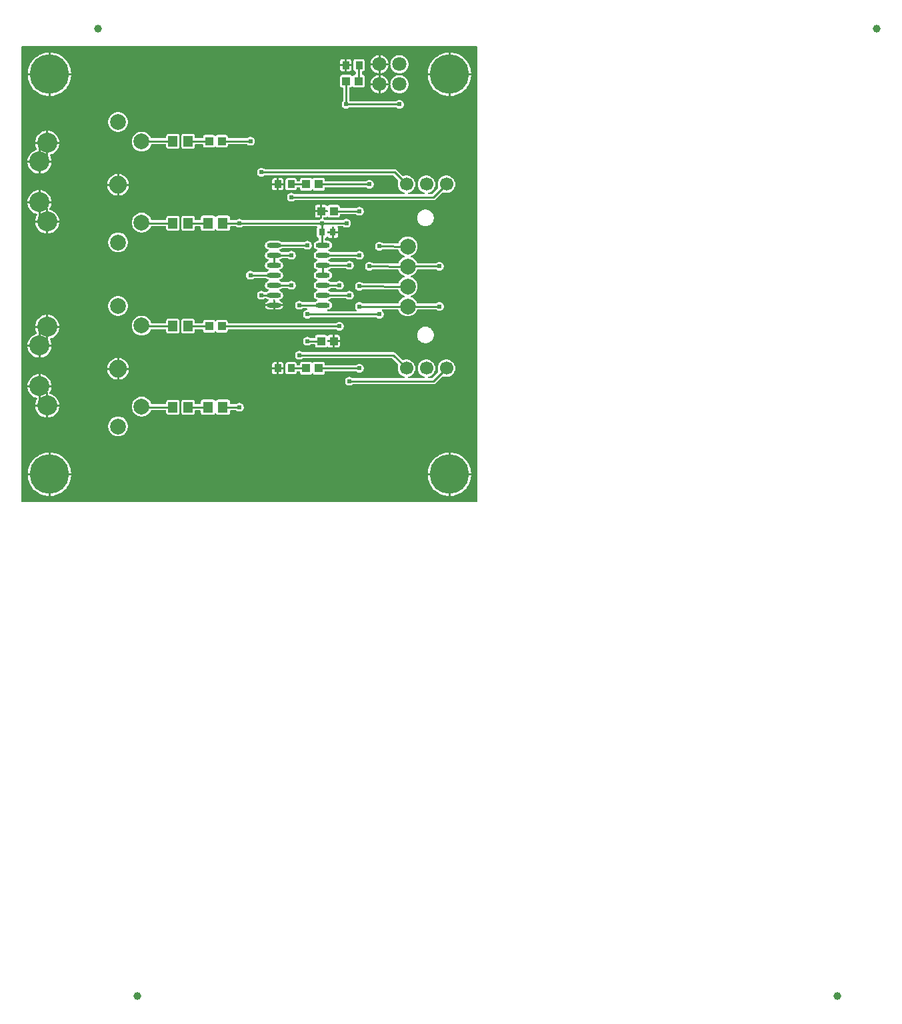
<source format=gtl>
G04 Layer: TopLayer*
G04 Panelize: V-CUT, Column: 2, Row: 2, Board Size: 58.42mm x 58.42mm, Panelized Board Size: 118.84mm x 118.84mm*
G04 EasyEDA v6.5.32, 2023-07-30 20:53:33*
G04 c3515dc738d34e5298cd013e7790fecd,5a6b42c53f6a479593ecc07194224c93,10*
G04 Gerber Generator version 0.2*
G04 Scale: 100 percent, Rotated: No, Reflected: No *
G04 Dimensions in millimeters *
G04 leading zeros omitted , absolute positions ,4 integer and 5 decimal *
%FSLAX45Y45*%
%MOMM*%

%AMMACRO1*21,1,$1,$2,0,0,$3*%
%ADD10C,0.2540*%
%ADD11R,1.0000X1.1000*%
%ADD12R,0.8999X1.0000*%
%ADD13MACRO1,1.377X1.1325X-90.0000*%
%ADD14R,1.3005X1.3995*%
%ADD15O,1.7999964X0.5999988*%
%ADD16R,0.8000X0.9000*%
%ADD17C,1.0000*%
%ADD18C,2.5400*%
%ADD19C,2.2500*%
%ADD20C,2.0000*%
%ADD21C,5.0000*%
%ADD22C,1.8000*%
%ADD23C,1.7000*%
%ADD24C,0.6096*%
%ADD25C,0.0116*%

%LPD*%
G36*
X5805932Y25908D02*
G01*
X36068Y26416D01*
X32156Y27178D01*
X28905Y29362D01*
X26670Y32664D01*
X25908Y36576D01*
X25908Y5805932D01*
X26670Y5809843D01*
X28905Y5813094D01*
X32156Y5815330D01*
X36068Y5816092D01*
X5805932Y5816092D01*
X5809843Y5815330D01*
X5813094Y5813094D01*
X5815330Y5809843D01*
X5816092Y5805932D01*
X5816092Y36068D01*
X5815330Y32207D01*
X5813094Y28905D01*
X5809843Y26670D01*
G37*

%LPC*%
G36*
X4584700Y5600700D02*
G01*
X4687112Y5600700D01*
X4686960Y5602528D01*
X4684268Y5616803D01*
X4679746Y5630672D01*
X4673549Y5643829D01*
X4665776Y5656122D01*
X4656480Y5667349D01*
X4645863Y5677306D01*
X4634077Y5685840D01*
X4621326Y5692851D01*
X4607814Y5698236D01*
X4593691Y5701842D01*
X4584700Y5702960D01*
G37*
G36*
X393700Y105562D02*
G01*
X398322Y105664D01*
X421284Y108051D01*
X443992Y112369D01*
X466242Y118618D01*
X487934Y126644D01*
X508812Y136499D01*
X528828Y148031D01*
X547827Y161239D01*
X565607Y175971D01*
X582117Y192125D01*
X597204Y209600D01*
X610819Y228295D01*
X622757Y248107D01*
X633018Y268782D01*
X641553Y290271D01*
X648208Y312369D01*
X653034Y334975D01*
X655929Y357936D01*
X656336Y368300D01*
X393700Y368300D01*
G37*
G36*
X5448300Y105613D02*
G01*
X5448300Y368300D01*
X5185410Y368300D01*
X5187289Y346405D01*
X5191150Y323646D01*
X5196890Y301244D01*
X5204460Y279450D01*
X5213858Y258317D01*
X5224983Y238099D01*
X5237784Y218846D01*
X5252161Y200710D01*
X5267960Y183896D01*
X5285130Y168402D01*
X5303520Y154432D01*
X5323027Y142087D01*
X5343499Y131368D01*
X5364835Y122428D01*
X5386781Y115265D01*
X5409285Y109982D01*
X5432145Y106629D01*
G37*
G36*
X368300Y105613D02*
G01*
X368300Y368300D01*
X105410Y368300D01*
X107289Y346405D01*
X111150Y323646D01*
X116890Y301244D01*
X124460Y279450D01*
X133858Y258317D01*
X144983Y238099D01*
X157784Y218846D01*
X172161Y200710D01*
X187960Y183896D01*
X205130Y168402D01*
X223520Y154432D01*
X243027Y142087D01*
X263499Y131368D01*
X284835Y122428D01*
X306781Y115265D01*
X329285Y109982D01*
X352145Y106629D01*
G37*
G36*
X5473700Y393700D02*
G01*
X5736336Y393700D01*
X5735929Y404063D01*
X5733034Y427024D01*
X5728208Y449630D01*
X5721553Y471728D01*
X5713018Y493217D01*
X5702757Y513892D01*
X5690819Y533704D01*
X5677204Y552348D01*
X5662117Y569874D01*
X5645607Y586028D01*
X5627827Y600760D01*
X5608828Y613968D01*
X5588812Y625500D01*
X5567934Y635355D01*
X5546242Y643382D01*
X5523992Y649630D01*
X5501284Y653948D01*
X5478322Y656336D01*
X5473700Y656437D01*
G37*
G36*
X393700Y393700D02*
G01*
X656336Y393700D01*
X655929Y404063D01*
X653034Y427024D01*
X648208Y449630D01*
X641553Y471728D01*
X633018Y493217D01*
X622757Y513892D01*
X610819Y533704D01*
X597204Y552348D01*
X582117Y569874D01*
X565607Y586028D01*
X547827Y600760D01*
X528828Y613968D01*
X508812Y625500D01*
X487934Y635355D01*
X466242Y643382D01*
X443992Y649630D01*
X421284Y653948D01*
X398322Y656336D01*
X393700Y656437D01*
G37*
G36*
X5185410Y393700D02*
G01*
X5448300Y393700D01*
X5448300Y656386D01*
X5432145Y655370D01*
X5409285Y652018D01*
X5386781Y646734D01*
X5364835Y639572D01*
X5343499Y630631D01*
X5323027Y619912D01*
X5303520Y607568D01*
X5285130Y593598D01*
X5267960Y578104D01*
X5252161Y561289D01*
X5237784Y543153D01*
X5224983Y523900D01*
X5213858Y503682D01*
X5204460Y482549D01*
X5196890Y460756D01*
X5191150Y438353D01*
X5187289Y415594D01*
G37*
G36*
X105410Y393700D02*
G01*
X368300Y393700D01*
X368300Y656386D01*
X352145Y655370D01*
X329285Y652018D01*
X306781Y646734D01*
X284835Y639572D01*
X263499Y630631D01*
X243027Y619912D01*
X223520Y607568D01*
X205130Y593598D01*
X187960Y578104D01*
X172161Y561289D01*
X157784Y543153D01*
X144983Y523900D01*
X133858Y503682D01*
X124460Y482549D01*
X116890Y460756D01*
X111150Y438353D01*
X107289Y415594D01*
G37*
G36*
X1252220Y862177D02*
G01*
X1267409Y863092D01*
X1282344Y865835D01*
X1296873Y870356D01*
X1310741Y876604D01*
X1323746Y884428D01*
X1335684Y893826D01*
X1346454Y904595D01*
X1355801Y916533D01*
X1363675Y929538D01*
X1369923Y943406D01*
X1374444Y957935D01*
X1377188Y972870D01*
X1378102Y988060D01*
X1377188Y1003249D01*
X1374444Y1018184D01*
X1369923Y1032713D01*
X1363675Y1046581D01*
X1355801Y1059586D01*
X1346454Y1071524D01*
X1335684Y1082294D01*
X1323746Y1091641D01*
X1310741Y1099515D01*
X1296873Y1105763D01*
X1282344Y1110284D01*
X1267409Y1113028D01*
X1252220Y1113942D01*
X1237030Y1113028D01*
X1222095Y1110284D01*
X1207566Y1105763D01*
X1193698Y1099515D01*
X1180693Y1091641D01*
X1168755Y1082294D01*
X1157986Y1071524D01*
X1148588Y1059586D01*
X1140764Y1046581D01*
X1134516Y1032713D01*
X1129995Y1018184D01*
X1127252Y1003249D01*
X1126337Y988060D01*
X1127252Y972870D01*
X1129995Y957935D01*
X1134516Y943406D01*
X1140764Y929538D01*
X1148588Y916533D01*
X1157986Y904595D01*
X1168755Y893826D01*
X1180693Y884428D01*
X1193698Y876604D01*
X1207566Y870356D01*
X1222095Y865835D01*
X1237030Y863092D01*
G37*
G36*
X340360Y1100023D02*
G01*
X340360Y1239520D01*
X200914Y1239520D01*
X201625Y1231239D01*
X204825Y1214678D01*
X209854Y1198626D01*
X216611Y1183182D01*
X225044Y1168603D01*
X235051Y1155039D01*
X246430Y1142644D01*
X259130Y1131570D01*
X272999Y1121968D01*
X287782Y1113942D01*
X303428Y1107592D01*
X319633Y1103020D01*
X336245Y1100277D01*
G37*
G36*
X365760Y1100023D02*
G01*
X369874Y1100277D01*
X386486Y1103020D01*
X402691Y1107592D01*
X418287Y1113942D01*
X433120Y1121968D01*
X446938Y1131570D01*
X459689Y1142644D01*
X471068Y1155039D01*
X481076Y1168603D01*
X489458Y1183182D01*
X496265Y1198626D01*
X501294Y1214678D01*
X504494Y1231239D01*
X505206Y1239520D01*
X365760Y1239520D01*
G37*
G36*
X1551940Y1113637D02*
G01*
X1567129Y1114552D01*
X1582064Y1117295D01*
X1596593Y1121816D01*
X1610461Y1128064D01*
X1623466Y1135888D01*
X1635404Y1145286D01*
X1646174Y1156055D01*
X1655521Y1167993D01*
X1663395Y1180998D01*
X1666239Y1187297D01*
X1668475Y1190447D01*
X1671726Y1192530D01*
X1675485Y1193292D01*
X1855368Y1193292D01*
X1859280Y1192530D01*
X1862582Y1190294D01*
X1864766Y1186992D01*
X1865528Y1183132D01*
X1865528Y1163624D01*
X1866239Y1157274D01*
X1868170Y1151839D01*
X1871268Y1146911D01*
X1875332Y1142847D01*
X1880260Y1139748D01*
X1885696Y1137869D01*
X1891995Y1137158D01*
X2004110Y1137158D01*
X2010460Y1137869D01*
X2015896Y1139748D01*
X2020824Y1142847D01*
X2024888Y1146911D01*
X2027986Y1151839D01*
X2029917Y1157274D01*
X2030628Y1163624D01*
X2030628Y1300175D01*
X2029917Y1306474D01*
X2027986Y1311960D01*
X2024888Y1316837D01*
X2020824Y1320952D01*
X2015896Y1324051D01*
X2010460Y1325930D01*
X2004110Y1326642D01*
X1891995Y1326642D01*
X1885696Y1325930D01*
X1880260Y1324051D01*
X1875332Y1320952D01*
X1871268Y1316837D01*
X1868170Y1311960D01*
X1866239Y1306474D01*
X1865528Y1300175D01*
X1865528Y1280668D01*
X1864766Y1276756D01*
X1862582Y1273505D01*
X1859280Y1271270D01*
X1855368Y1270508D01*
X1681378Y1270508D01*
X1677212Y1271422D01*
X1673758Y1273911D01*
X1671675Y1277620D01*
X1669643Y1284173D01*
X1663395Y1298041D01*
X1655521Y1311046D01*
X1646174Y1322984D01*
X1635404Y1333754D01*
X1623466Y1343101D01*
X1610461Y1350975D01*
X1596593Y1357223D01*
X1582064Y1361744D01*
X1567129Y1364488D01*
X1551940Y1365402D01*
X1536750Y1364488D01*
X1521815Y1361744D01*
X1507286Y1357223D01*
X1493418Y1350975D01*
X1480413Y1343101D01*
X1468475Y1333754D01*
X1457706Y1322984D01*
X1448308Y1311046D01*
X1440484Y1298041D01*
X1434236Y1284173D01*
X1429715Y1269644D01*
X1426972Y1254709D01*
X1426057Y1239520D01*
X1426972Y1224330D01*
X1429715Y1209395D01*
X1434236Y1194866D01*
X1440484Y1180998D01*
X1448308Y1167993D01*
X1457706Y1156055D01*
X1468475Y1145286D01*
X1480413Y1135888D01*
X1493418Y1128064D01*
X1507286Y1121816D01*
X1521815Y1117295D01*
X1536750Y1114552D01*
G37*
G36*
X2329738Y1135989D02*
G01*
X2458669Y1135989D01*
X2464968Y1136700D01*
X2470454Y1138631D01*
X2475331Y1141730D01*
X2479446Y1145794D01*
X2480614Y1147673D01*
X2483408Y1150620D01*
X2487168Y1152194D01*
X2491232Y1152194D01*
X2494991Y1150620D01*
X2497785Y1147673D01*
X2498953Y1145794D01*
X2503068Y1141730D01*
X2507945Y1138631D01*
X2513431Y1136700D01*
X2519730Y1135989D01*
X2648661Y1135989D01*
X2654960Y1136700D01*
X2660446Y1138631D01*
X2665323Y1141730D01*
X2669438Y1145794D01*
X2672486Y1150721D01*
X2674416Y1156157D01*
X2675128Y1162507D01*
X2675128Y1183132D01*
X2675890Y1187043D01*
X2678074Y1190294D01*
X2681376Y1192530D01*
X2685288Y1193292D01*
X2748991Y1193292D01*
X2752902Y1192530D01*
X2756204Y1190294D01*
X2757779Y1188720D01*
X2765806Y1183081D01*
X2774746Y1178966D01*
X2784195Y1176426D01*
X2794000Y1175562D01*
X2803804Y1176426D01*
X2813253Y1178966D01*
X2822194Y1183081D01*
X2830220Y1188720D01*
X2837180Y1195679D01*
X2842818Y1203706D01*
X2846933Y1212646D01*
X2849473Y1222095D01*
X2850337Y1231900D01*
X2849473Y1241704D01*
X2846933Y1251153D01*
X2842818Y1260094D01*
X2837180Y1268120D01*
X2830220Y1275080D01*
X2822194Y1280718D01*
X2813253Y1284833D01*
X2803804Y1287373D01*
X2794000Y1288237D01*
X2784195Y1287373D01*
X2774746Y1284833D01*
X2765806Y1280718D01*
X2757779Y1275080D01*
X2756204Y1273505D01*
X2752902Y1271270D01*
X2748991Y1270508D01*
X2685288Y1270508D01*
X2681376Y1271270D01*
X2678074Y1273505D01*
X2675890Y1276756D01*
X2675128Y1280668D01*
X2675128Y1301292D01*
X2674416Y1307642D01*
X2672486Y1313078D01*
X2669438Y1318006D01*
X2665323Y1322070D01*
X2660446Y1325168D01*
X2654960Y1327048D01*
X2648661Y1327759D01*
X2519730Y1327759D01*
X2513431Y1327048D01*
X2507945Y1325168D01*
X2503068Y1322070D01*
X2498953Y1318006D01*
X2497785Y1316126D01*
X2494991Y1313180D01*
X2491232Y1311605D01*
X2487168Y1311605D01*
X2483408Y1313180D01*
X2480614Y1316126D01*
X2479446Y1318006D01*
X2475331Y1322070D01*
X2470454Y1325168D01*
X2464968Y1327048D01*
X2458669Y1327759D01*
X2329738Y1327759D01*
X2323439Y1327048D01*
X2317953Y1325168D01*
X2313076Y1322070D01*
X2308961Y1318006D01*
X2305913Y1313078D01*
X2303983Y1307642D01*
X2303272Y1301292D01*
X2303272Y1280668D01*
X2302510Y1276756D01*
X2300274Y1273505D01*
X2296972Y1271270D01*
X2293112Y1270508D01*
X2234031Y1270508D01*
X2230120Y1271270D01*
X2226818Y1273505D01*
X2224633Y1276756D01*
X2223871Y1280668D01*
X2223871Y1300175D01*
X2223160Y1306474D01*
X2221230Y1311960D01*
X2218182Y1316837D01*
X2214067Y1320952D01*
X2209190Y1324051D01*
X2203704Y1325930D01*
X2197404Y1326642D01*
X2085289Y1326642D01*
X2078939Y1325930D01*
X2073503Y1324051D01*
X2068575Y1320952D01*
X2064512Y1316837D01*
X2061413Y1311960D01*
X2059482Y1306474D01*
X2058771Y1300175D01*
X2058771Y1163624D01*
X2059482Y1157274D01*
X2061413Y1151839D01*
X2064512Y1146911D01*
X2068575Y1142847D01*
X2073503Y1139748D01*
X2078939Y1137869D01*
X2085289Y1137158D01*
X2197404Y1137158D01*
X2203704Y1137869D01*
X2209190Y1139748D01*
X2214067Y1142847D01*
X2218182Y1146911D01*
X2221230Y1151839D01*
X2223160Y1157274D01*
X2223871Y1163624D01*
X2223871Y1183132D01*
X2224633Y1186992D01*
X2226818Y1190294D01*
X2230120Y1192530D01*
X2234031Y1193292D01*
X2293112Y1193292D01*
X2296972Y1192530D01*
X2300274Y1190294D01*
X2302510Y1186992D01*
X2303272Y1183132D01*
X2303272Y1162507D01*
X2303983Y1156157D01*
X2305913Y1150721D01*
X2308961Y1145794D01*
X2313076Y1141730D01*
X2317953Y1138631D01*
X2323439Y1136700D01*
G37*
G36*
X4456887Y5600700D02*
G01*
X4559300Y5600700D01*
X4559300Y5702960D01*
X4550308Y5701842D01*
X4536186Y5698236D01*
X4522673Y5692851D01*
X4509922Y5685840D01*
X4498136Y5677306D01*
X4487519Y5667349D01*
X4478223Y5656122D01*
X4470450Y5643829D01*
X4464253Y5630672D01*
X4459732Y5616803D01*
X4457039Y5602528D01*
G37*
G36*
X4156811Y5588000D02*
G01*
X4214977Y5588000D01*
X4214977Y5624728D01*
X4214266Y5631027D01*
X4212386Y5636514D01*
X4209288Y5641390D01*
X4205224Y5645505D01*
X4200296Y5648604D01*
X4194860Y5650484D01*
X4188510Y5651195D01*
X4156811Y5651195D01*
G37*
G36*
X4073194Y5588000D02*
G01*
X4131411Y5588000D01*
X4131411Y5651195D01*
X4099661Y5651195D01*
X4093362Y5650484D01*
X4087876Y5648604D01*
X4082999Y5645505D01*
X4078884Y5641390D01*
X4075785Y5636514D01*
X4073906Y5631027D01*
X4073194Y5624728D01*
G37*
G36*
X4156811Y5499404D02*
G01*
X4188510Y5499404D01*
X4194860Y5500116D01*
X4200296Y5501995D01*
X4205224Y5505094D01*
X4209288Y5509158D01*
X4212386Y5514086D01*
X4214266Y5519521D01*
X4214977Y5525871D01*
X4214977Y5562600D01*
X4156811Y5562600D01*
G37*
G36*
X200710Y1264920D02*
G01*
X340360Y1264920D01*
X340360Y1415034D01*
X341122Y1418945D01*
X343306Y1422196D01*
X346608Y1424432D01*
X350520Y1425194D01*
X355600Y1425194D01*
X359460Y1424432D01*
X362762Y1422196D01*
X364998Y1418945D01*
X365760Y1415034D01*
X365760Y1264920D01*
X505409Y1264920D01*
X503123Y1281531D01*
X498957Y1297838D01*
X493064Y1313637D01*
X485444Y1328674D01*
X476250Y1342745D01*
X465531Y1355750D01*
X453491Y1367536D01*
X440182Y1377848D01*
X425805Y1386687D01*
X410565Y1393850D01*
X394665Y1399336D01*
X388924Y1400606D01*
X385470Y1402130D01*
X382778Y1404772D01*
X381254Y1408277D01*
X381101Y1412036D01*
X382371Y1415592D01*
X390398Y1429562D01*
X397205Y1445006D01*
X402234Y1461058D01*
X405434Y1477568D01*
X406146Y1485900D01*
X266700Y1485900D01*
X266700Y1335684D01*
X265938Y1331772D01*
X263702Y1328470D01*
X260451Y1326286D01*
X256540Y1325524D01*
X251460Y1325524D01*
X247548Y1326286D01*
X244297Y1328470D01*
X242062Y1331772D01*
X241300Y1335684D01*
X241300Y1485900D01*
X101854Y1485900D01*
X102565Y1477568D01*
X105765Y1461058D01*
X110794Y1445006D01*
X117602Y1429562D01*
X125983Y1414983D01*
X135991Y1401419D01*
X147370Y1389024D01*
X160070Y1377950D01*
X173939Y1368348D01*
X188772Y1360322D01*
X204368Y1353972D01*
X218744Y1349908D01*
X222148Y1348232D01*
X224688Y1345387D01*
X226009Y1341882D01*
X225958Y1338072D01*
X224485Y1334566D01*
X220624Y1328674D01*
X213055Y1313637D01*
X207111Y1297838D01*
X202996Y1281531D01*
G37*
G36*
X4099661Y5499404D02*
G01*
X4131411Y5499404D01*
X4131411Y5562600D01*
X4073194Y5562600D01*
X4073194Y5525871D01*
X4073906Y5519521D01*
X4075785Y5514086D01*
X4078884Y5509158D01*
X4082999Y5505094D01*
X4087876Y5501995D01*
X4093362Y5500116D01*
G37*
G36*
X105410Y5473700D02*
G01*
X368300Y5473700D01*
X368300Y5736386D01*
X352145Y5735370D01*
X329285Y5732018D01*
X306781Y5726734D01*
X284835Y5719572D01*
X263499Y5710631D01*
X243027Y5699912D01*
X223520Y5687568D01*
X205130Y5673598D01*
X187960Y5658104D01*
X172161Y5641289D01*
X157784Y5623153D01*
X144983Y5603900D01*
X133858Y5583682D01*
X124460Y5562549D01*
X116890Y5540756D01*
X111150Y5518353D01*
X107289Y5495594D01*
G37*
G36*
X5185410Y5473700D02*
G01*
X5448300Y5473700D01*
X5448300Y5736386D01*
X5432145Y5735370D01*
X5409285Y5732018D01*
X5386781Y5726734D01*
X5364835Y5719572D01*
X5343499Y5710631D01*
X5323027Y5699912D01*
X5303520Y5687568D01*
X5285130Y5673598D01*
X5267960Y5658104D01*
X5252161Y5641289D01*
X5237784Y5623153D01*
X5224983Y5603900D01*
X5213858Y5583682D01*
X5204460Y5562549D01*
X5196890Y5540756D01*
X5191150Y5518353D01*
X5187289Y5495594D01*
G37*
G36*
X393700Y5473700D02*
G01*
X656336Y5473700D01*
X655929Y5484063D01*
X653034Y5507024D01*
X648208Y5529630D01*
X641553Y5551728D01*
X633018Y5573217D01*
X622757Y5593892D01*
X610819Y5613704D01*
X597204Y5632348D01*
X582117Y5649874D01*
X565607Y5666028D01*
X547827Y5680760D01*
X528828Y5693968D01*
X508812Y5705500D01*
X487934Y5715355D01*
X466242Y5723382D01*
X443992Y5729630D01*
X421284Y5733948D01*
X398322Y5736336D01*
X393700Y5736437D01*
G37*
G36*
X5473700Y5473700D02*
G01*
X5736336Y5473700D01*
X5735929Y5484063D01*
X5733034Y5507024D01*
X5728208Y5529630D01*
X5721553Y5551728D01*
X5713018Y5573217D01*
X5702757Y5593892D01*
X5690819Y5613704D01*
X5677204Y5632348D01*
X5662117Y5649874D01*
X5645607Y5666028D01*
X5627827Y5680760D01*
X5608828Y5693968D01*
X5588812Y5705500D01*
X5567934Y5715355D01*
X5546242Y5723382D01*
X5523992Y5729630D01*
X5501284Y5733948D01*
X5478322Y5736336D01*
X5473700Y5736437D01*
G37*
G36*
X4584700Y5473039D02*
G01*
X4593691Y5474157D01*
X4607814Y5477764D01*
X4621326Y5483148D01*
X4634077Y5490159D01*
X4645863Y5498693D01*
X4656480Y5508650D01*
X4665776Y5519877D01*
X4673549Y5532170D01*
X4679746Y5545328D01*
X4684268Y5559196D01*
X4686960Y5573471D01*
X4687112Y5575300D01*
X4584700Y5575300D01*
G37*
G36*
X4191000Y1505762D02*
G01*
X4200804Y1506626D01*
X4210253Y1509166D01*
X4219194Y1513281D01*
X4227220Y1518920D01*
X4228795Y1520494D01*
X4232097Y1522730D01*
X4236008Y1523492D01*
X5257292Y1523492D01*
X5265318Y1524304D01*
X5272532Y1526489D01*
X5279186Y1530045D01*
X5285435Y1535176D01*
X5371998Y1621739D01*
X5375198Y1623872D01*
X5378907Y1624685D01*
X5382717Y1624076D01*
X5391353Y1620875D01*
X5405170Y1617726D01*
X5419344Y1616354D01*
X5433517Y1616811D01*
X5447538Y1619097D01*
X5461152Y1623110D01*
X5474157Y1628901D01*
X5486298Y1636268D01*
X5497423Y1645107D01*
X5507329Y1655318D01*
X5515813Y1666697D01*
X5522772Y1679092D01*
X5528106Y1692249D01*
X5531713Y1706016D01*
X5533542Y1720088D01*
X5533542Y1734312D01*
X5531713Y1748383D01*
X5528106Y1762150D01*
X5522772Y1775307D01*
X5515813Y1787702D01*
X5507329Y1799082D01*
X5497423Y1809292D01*
X5486298Y1818132D01*
X5474157Y1825498D01*
X5461152Y1831238D01*
X5447538Y1835302D01*
X5433517Y1837588D01*
X5419344Y1838045D01*
X5405170Y1836674D01*
X5391353Y1833473D01*
X5377992Y1828596D01*
X5365394Y1821992D01*
X5353761Y1813864D01*
X5343245Y1804314D01*
X5334000Y1793493D01*
X5326278Y1781606D01*
X5320080Y1768805D01*
X5315610Y1755343D01*
X5312918Y1741373D01*
X5312003Y1727200D01*
X5312918Y1713026D01*
X5315610Y1699056D01*
X5319776Y1686610D01*
X5320284Y1682902D01*
X5319420Y1679295D01*
X5317286Y1676196D01*
X5244795Y1603705D01*
X5241493Y1601470D01*
X5237581Y1600708D01*
X5201564Y1600708D01*
X5197551Y1601520D01*
X5194198Y1603908D01*
X5192014Y1607413D01*
X5191455Y1611477D01*
X5192522Y1615440D01*
X5195062Y1618640D01*
X5198668Y1620621D01*
X5207203Y1623110D01*
X5220157Y1628901D01*
X5232298Y1636268D01*
X5243423Y1645107D01*
X5253329Y1655318D01*
X5261813Y1666697D01*
X5268772Y1679092D01*
X5274106Y1692249D01*
X5277713Y1706016D01*
X5279542Y1720088D01*
X5279542Y1734312D01*
X5277713Y1748383D01*
X5274106Y1762150D01*
X5268772Y1775307D01*
X5261813Y1787702D01*
X5253329Y1799082D01*
X5243423Y1809292D01*
X5232298Y1818132D01*
X5220157Y1825498D01*
X5207203Y1831238D01*
X5193538Y1835302D01*
X5179517Y1837588D01*
X5165344Y1838045D01*
X5151170Y1836674D01*
X5137353Y1833473D01*
X5123992Y1828596D01*
X5111394Y1821992D01*
X5099761Y1813864D01*
X5089245Y1804314D01*
X5080000Y1793493D01*
X5072278Y1781606D01*
X5066080Y1768805D01*
X5061610Y1755343D01*
X5058918Y1741373D01*
X5058003Y1727200D01*
X5058918Y1713026D01*
X5061610Y1699056D01*
X5066080Y1685594D01*
X5072278Y1672793D01*
X5080000Y1660855D01*
X5089245Y1650034D01*
X5099761Y1640484D01*
X5111394Y1632356D01*
X5123992Y1625803D01*
X5137861Y1620774D01*
X5141671Y1618996D01*
X5144414Y1615846D01*
X5145684Y1611833D01*
X5145227Y1607667D01*
X5143093Y1604060D01*
X5139690Y1601571D01*
X5135575Y1600708D01*
X4947564Y1600708D01*
X4943551Y1601520D01*
X4940198Y1603908D01*
X4938014Y1607413D01*
X4937455Y1611477D01*
X4938522Y1615440D01*
X4941062Y1618640D01*
X4944668Y1620621D01*
X4953203Y1623110D01*
X4966157Y1628901D01*
X4978298Y1636268D01*
X4989423Y1645107D01*
X4999329Y1655318D01*
X5007813Y1666697D01*
X5014772Y1679092D01*
X5020106Y1692249D01*
X5023713Y1706016D01*
X5025542Y1720088D01*
X5025542Y1734312D01*
X5023713Y1748383D01*
X5020106Y1762150D01*
X5014772Y1775307D01*
X5007813Y1787702D01*
X4999329Y1799082D01*
X4989423Y1809292D01*
X4978298Y1818132D01*
X4966157Y1825498D01*
X4953203Y1831238D01*
X4939538Y1835302D01*
X4925517Y1837588D01*
X4911344Y1838045D01*
X4897170Y1836674D01*
X4883353Y1833473D01*
X4874717Y1830324D01*
X4870907Y1829714D01*
X4867198Y1830527D01*
X4863998Y1832660D01*
X4777435Y1919224D01*
X4771186Y1924354D01*
X4764532Y1927910D01*
X4757318Y1930095D01*
X4749292Y1930907D01*
X3601008Y1930907D01*
X3597097Y1931670D01*
X3593795Y1933905D01*
X3592220Y1935480D01*
X3584194Y1941118D01*
X3575253Y1945233D01*
X3565804Y1947773D01*
X3556000Y1948637D01*
X3546195Y1947773D01*
X3536746Y1945233D01*
X3527806Y1941118D01*
X3519779Y1935480D01*
X3512820Y1928520D01*
X3507181Y1920493D01*
X3503066Y1911553D01*
X3500526Y1902104D01*
X3499662Y1892300D01*
X3500526Y1882495D01*
X3503066Y1873046D01*
X3507181Y1864106D01*
X3512820Y1856079D01*
X3519779Y1849120D01*
X3527806Y1843481D01*
X3536746Y1839366D01*
X3546195Y1836826D01*
X3556000Y1835962D01*
X3565804Y1836826D01*
X3575253Y1839366D01*
X3584194Y1843481D01*
X3592220Y1849120D01*
X3593795Y1850694D01*
X3597097Y1852930D01*
X3601008Y1853692D01*
X4729581Y1853692D01*
X4733493Y1852930D01*
X4736795Y1850694D01*
X4809286Y1778203D01*
X4811420Y1775104D01*
X4812284Y1771497D01*
X4811776Y1767789D01*
X4807610Y1755343D01*
X4804918Y1741373D01*
X4804003Y1727200D01*
X4804918Y1713026D01*
X4807610Y1699056D01*
X4812080Y1685594D01*
X4818278Y1672793D01*
X4826000Y1660855D01*
X4835245Y1650034D01*
X4845761Y1640484D01*
X4857394Y1632356D01*
X4869992Y1625803D01*
X4883861Y1620774D01*
X4887671Y1618996D01*
X4890414Y1615846D01*
X4891684Y1611833D01*
X4891227Y1607667D01*
X4889093Y1604060D01*
X4885690Y1601571D01*
X4881575Y1600708D01*
X4236008Y1600708D01*
X4232097Y1601470D01*
X4228795Y1603705D01*
X4227220Y1605280D01*
X4219194Y1610918D01*
X4210253Y1615033D01*
X4200804Y1617573D01*
X4191000Y1618437D01*
X4181195Y1617573D01*
X4171746Y1615033D01*
X4162806Y1610918D01*
X4154779Y1605280D01*
X4147820Y1598320D01*
X4142181Y1590294D01*
X4138066Y1581353D01*
X4135526Y1571904D01*
X4134662Y1562100D01*
X4135526Y1552295D01*
X4138066Y1542846D01*
X4142181Y1533906D01*
X4147820Y1525879D01*
X4154779Y1518920D01*
X4162806Y1513281D01*
X4171746Y1509166D01*
X4181195Y1506626D01*
G37*
G36*
X101650Y1511300D02*
G01*
X241300Y1511300D01*
X241300Y1650796D01*
X228854Y1649374D01*
X212394Y1645716D01*
X196443Y1640230D01*
X181254Y1633067D01*
X166878Y1624228D01*
X153568Y1613865D01*
X141528Y1602130D01*
X130810Y1589125D01*
X121615Y1575054D01*
X113995Y1560017D01*
X108102Y1544218D01*
X103936Y1527911D01*
G37*
G36*
X266700Y1511300D02*
G01*
X406349Y1511300D01*
X404063Y1527911D01*
X399897Y1544218D01*
X394004Y1560017D01*
X386384Y1575054D01*
X377190Y1589125D01*
X366471Y1602130D01*
X354431Y1613865D01*
X341122Y1624228D01*
X326745Y1633067D01*
X311556Y1640230D01*
X295605Y1645716D01*
X279146Y1649374D01*
X266700Y1650796D01*
G37*
G36*
X1239520Y1581912D02*
G01*
X1239520Y1706880D01*
X1114602Y1706880D01*
X1115923Y1695551D01*
X1119632Y1679905D01*
X1125118Y1664766D01*
X1132382Y1650390D01*
X1141222Y1636928D01*
X1151534Y1624584D01*
X1163269Y1613560D01*
X1176172Y1603959D01*
X1190091Y1595882D01*
X1204874Y1589532D01*
X1220317Y1584909D01*
X1236167Y1582115D01*
G37*
G36*
X1264920Y1581912D02*
G01*
X1268272Y1582115D01*
X1284122Y1584909D01*
X1299565Y1589532D01*
X1314348Y1595882D01*
X1328267Y1603959D01*
X1341170Y1613560D01*
X1352854Y1624584D01*
X1363218Y1636928D01*
X1372057Y1650390D01*
X1379270Y1664766D01*
X1384808Y1679905D01*
X1388516Y1695551D01*
X1389837Y1706880D01*
X1264920Y1706880D01*
G37*
G36*
X4559300Y5473039D02*
G01*
X4559300Y5575300D01*
X4456887Y5575300D01*
X4457039Y5573471D01*
X4459732Y5559196D01*
X4464253Y5545328D01*
X4470450Y5532170D01*
X4478223Y5519877D01*
X4487519Y5508650D01*
X4498136Y5498693D01*
X4509922Y5490159D01*
X4522673Y5483148D01*
X4536186Y5477764D01*
X4550308Y5474157D01*
G37*
G36*
X4818735Y5472328D02*
G01*
X4833264Y5472328D01*
X4847691Y5474157D01*
X4861814Y5477764D01*
X4875326Y5483148D01*
X4888077Y5490159D01*
X4899863Y5498693D01*
X4910480Y5508650D01*
X4919776Y5519877D01*
X4927549Y5532170D01*
X4933746Y5545328D01*
X4938268Y5559196D01*
X4940960Y5573471D01*
X4941874Y5588000D01*
X4940960Y5602528D01*
X4938268Y5616803D01*
X4933746Y5630672D01*
X4927549Y5643829D01*
X4919776Y5656122D01*
X4910480Y5667349D01*
X4899863Y5677306D01*
X4888077Y5685840D01*
X4875326Y5692851D01*
X4861814Y5698236D01*
X4847691Y5701842D01*
X4833264Y5703671D01*
X4818735Y5703671D01*
X4804308Y5701842D01*
X4790186Y5698236D01*
X4776673Y5692851D01*
X4763922Y5685840D01*
X4752136Y5677306D01*
X4741519Y5667349D01*
X4732223Y5656122D01*
X4724450Y5643829D01*
X4718253Y5630672D01*
X4713732Y5616803D01*
X4711039Y5602528D01*
X4710125Y5588000D01*
X4711039Y5573471D01*
X4713732Y5559196D01*
X4718253Y5545328D01*
X4724450Y5532170D01*
X4732223Y5519877D01*
X4741519Y5508650D01*
X4752136Y5498693D01*
X4763922Y5490159D01*
X4776673Y5483148D01*
X4790186Y5477764D01*
X4804308Y5474157D01*
G37*
G36*
X4584700Y5346700D02*
G01*
X4687112Y5346700D01*
X4686960Y5348528D01*
X4684268Y5362803D01*
X4679746Y5376672D01*
X4673549Y5389829D01*
X4665776Y5402122D01*
X4656480Y5413349D01*
X4645863Y5423306D01*
X4634077Y5431840D01*
X4621326Y5438851D01*
X4607814Y5444236D01*
X4593691Y5447842D01*
X4584700Y5448960D01*
G37*
G36*
X4456887Y5346700D02*
G01*
X4559300Y5346700D01*
X4559300Y5448960D01*
X4550308Y5447842D01*
X4536186Y5444236D01*
X4522673Y5438851D01*
X4509922Y5431840D01*
X4498136Y5423306D01*
X4487519Y5413349D01*
X4478223Y5402122D01*
X4470450Y5389829D01*
X4464253Y5376672D01*
X4459732Y5362803D01*
X4457039Y5348528D01*
G37*
G36*
X3591661Y1646275D02*
G01*
X3690518Y1646275D01*
X3696868Y1646986D01*
X3702304Y1648917D01*
X3707180Y1651965D01*
X3711295Y1656080D01*
X3712464Y1657959D01*
X3715308Y1660906D01*
X3719068Y1662531D01*
X3723132Y1662531D01*
X3726891Y1660906D01*
X3729685Y1657959D01*
X3730853Y1656080D01*
X3734968Y1651965D01*
X3739845Y1648917D01*
X3745331Y1646986D01*
X3751630Y1646275D01*
X3850487Y1646275D01*
X3856837Y1646986D01*
X3862273Y1648917D01*
X3867200Y1651965D01*
X3871264Y1656080D01*
X3874363Y1660956D01*
X3876294Y1666443D01*
X3877005Y1672742D01*
X3877005Y1678432D01*
X3877767Y1682292D01*
X3879951Y1685594D01*
X3883253Y1687830D01*
X3887165Y1688592D01*
X4272991Y1688592D01*
X4276902Y1687830D01*
X4280204Y1685594D01*
X4281779Y1684020D01*
X4289806Y1678381D01*
X4298746Y1674266D01*
X4308195Y1671726D01*
X4318000Y1670862D01*
X4327804Y1671726D01*
X4337253Y1674266D01*
X4346194Y1678381D01*
X4354220Y1684020D01*
X4361180Y1690979D01*
X4366818Y1699006D01*
X4370933Y1707946D01*
X4373473Y1717395D01*
X4374337Y1727200D01*
X4373473Y1737004D01*
X4370933Y1746453D01*
X4366818Y1755393D01*
X4361180Y1763420D01*
X4354220Y1770380D01*
X4346194Y1776018D01*
X4337253Y1780133D01*
X4327804Y1782673D01*
X4318000Y1783537D01*
X4308195Y1782673D01*
X4298746Y1780133D01*
X4289806Y1776018D01*
X4281779Y1770380D01*
X4280204Y1768805D01*
X4276902Y1766570D01*
X4272991Y1765807D01*
X3887165Y1765807D01*
X3883253Y1766570D01*
X3879951Y1768805D01*
X3877767Y1772056D01*
X3877005Y1775968D01*
X3877005Y1781606D01*
X3876294Y1787956D01*
X3874363Y1793392D01*
X3871264Y1798320D01*
X3867200Y1802384D01*
X3862273Y1805482D01*
X3856837Y1807413D01*
X3850487Y1808124D01*
X3751630Y1808124D01*
X3745331Y1807413D01*
X3739845Y1805482D01*
X3734968Y1802384D01*
X3730853Y1798320D01*
X3729685Y1796440D01*
X3726891Y1793493D01*
X3723132Y1791868D01*
X3719068Y1791868D01*
X3715308Y1793493D01*
X3712464Y1796440D01*
X3711295Y1798320D01*
X3707180Y1802384D01*
X3702304Y1805482D01*
X3696868Y1807413D01*
X3690518Y1808124D01*
X3591661Y1808124D01*
X3585362Y1807413D01*
X3579876Y1805482D01*
X3574999Y1802384D01*
X3570884Y1798320D01*
X3567785Y1793392D01*
X3565906Y1787956D01*
X3565194Y1781606D01*
X3565194Y1775968D01*
X3564432Y1772056D01*
X3562197Y1768805D01*
X3558895Y1766570D01*
X3555034Y1765807D01*
X3531565Y1765807D01*
X3527856Y1766468D01*
X3524707Y1768449D01*
X3522472Y1771396D01*
X3521405Y1775002D01*
X3520643Y1783029D01*
X3518763Y1788414D01*
X3515664Y1793290D01*
X3511600Y1797405D01*
X3506673Y1800453D01*
X3501237Y1802384D01*
X3494887Y1803095D01*
X3406038Y1803095D01*
X3399739Y1802384D01*
X3394252Y1800453D01*
X3389376Y1797405D01*
X3385261Y1793290D01*
X3382213Y1788414D01*
X3380282Y1782927D01*
X3379571Y1776628D01*
X3379571Y1677771D01*
X3380282Y1671421D01*
X3382213Y1665986D01*
X3385261Y1661058D01*
X3389376Y1656994D01*
X3394252Y1653895D01*
X3399739Y1652016D01*
X3406038Y1651254D01*
X3494887Y1651254D01*
X3501237Y1652016D01*
X3506673Y1653895D01*
X3511600Y1656994D01*
X3515664Y1661058D01*
X3518763Y1665986D01*
X3520643Y1671370D01*
X3521405Y1679397D01*
X3522472Y1683004D01*
X3524707Y1685950D01*
X3527856Y1687931D01*
X3531565Y1688592D01*
X3555034Y1688592D01*
X3558895Y1687830D01*
X3562197Y1685594D01*
X3564432Y1682343D01*
X3565194Y1678432D01*
X3565194Y1672742D01*
X3565906Y1666443D01*
X3567785Y1660956D01*
X3570884Y1656080D01*
X3574999Y1651965D01*
X3579876Y1648917D01*
X3585362Y1646986D01*
G37*
G36*
X4584700Y5219039D02*
G01*
X4593691Y5220157D01*
X4607814Y5223764D01*
X4621326Y5229148D01*
X4634077Y5236159D01*
X4645863Y5244693D01*
X4656480Y5254650D01*
X4665776Y5265877D01*
X4673549Y5278170D01*
X4679746Y5291328D01*
X4684268Y5305196D01*
X4686960Y5319471D01*
X4687112Y5321300D01*
X4584700Y5321300D01*
G37*
G36*
X3293160Y1651254D02*
G01*
X3324910Y1651254D01*
X3331210Y1652016D01*
X3336696Y1653895D01*
X3341573Y1656994D01*
X3345687Y1661058D01*
X3348736Y1665986D01*
X3350666Y1671421D01*
X3351377Y1677771D01*
X3351377Y1714500D01*
X3293160Y1714500D01*
G37*
G36*
X3236061Y1651254D02*
G01*
X3267760Y1651254D01*
X3267760Y1714500D01*
X3209594Y1714500D01*
X3209594Y1677771D01*
X3210306Y1671421D01*
X3212185Y1665986D01*
X3215284Y1661058D01*
X3219348Y1656994D01*
X3224276Y1653895D01*
X3229711Y1652016D01*
G37*
G36*
X4559300Y5219039D02*
G01*
X4559300Y5321300D01*
X4456887Y5321300D01*
X4457039Y5319471D01*
X4459732Y5305196D01*
X4464253Y5291328D01*
X4470450Y5278170D01*
X4478223Y5265877D01*
X4487519Y5254650D01*
X4498136Y5244693D01*
X4509922Y5236159D01*
X4522673Y5229148D01*
X4536186Y5223764D01*
X4550308Y5220157D01*
G37*
G36*
X4818735Y5218328D02*
G01*
X4833264Y5218328D01*
X4847691Y5220157D01*
X4861814Y5223764D01*
X4875326Y5229148D01*
X4888077Y5236159D01*
X4899863Y5244693D01*
X4910480Y5254650D01*
X4919776Y5265877D01*
X4927549Y5278170D01*
X4933746Y5291328D01*
X4938268Y5305196D01*
X4940960Y5319471D01*
X4941874Y5334000D01*
X4940960Y5348528D01*
X4938268Y5362803D01*
X4933746Y5376672D01*
X4927549Y5389829D01*
X4919776Y5402122D01*
X4910480Y5413349D01*
X4899863Y5423306D01*
X4888077Y5431840D01*
X4875326Y5438851D01*
X4861814Y5444236D01*
X4847691Y5447842D01*
X4833264Y5449671D01*
X4818735Y5449671D01*
X4804308Y5447842D01*
X4790186Y5444236D01*
X4776673Y5438851D01*
X4763922Y5431840D01*
X4752136Y5423306D01*
X4741519Y5413349D01*
X4732223Y5402122D01*
X4724450Y5389829D01*
X4718253Y5376672D01*
X4713732Y5362803D01*
X4711039Y5348528D01*
X4710125Y5334000D01*
X4711039Y5319471D01*
X4713732Y5305196D01*
X4718253Y5291328D01*
X4724450Y5278170D01*
X4732223Y5265877D01*
X4741519Y5254650D01*
X4752136Y5244693D01*
X4763922Y5236159D01*
X4776673Y5229148D01*
X4790186Y5223764D01*
X4804308Y5220157D01*
G37*
G36*
X1264920Y1732280D02*
G01*
X1389837Y1732280D01*
X1388516Y1743608D01*
X1384808Y1759254D01*
X1379270Y1774393D01*
X1372057Y1788769D01*
X1363218Y1802231D01*
X1352854Y1814525D01*
X1341170Y1825599D01*
X1328267Y1835200D01*
X1314348Y1843227D01*
X1299565Y1849628D01*
X1284122Y1854250D01*
X1268272Y1857044D01*
X1264920Y1857248D01*
G37*
G36*
X1114602Y1732280D02*
G01*
X1239520Y1732280D01*
X1239520Y1857248D01*
X1236167Y1857044D01*
X1220317Y1854250D01*
X1204874Y1849628D01*
X1190091Y1843227D01*
X1176172Y1835200D01*
X1163269Y1825599D01*
X1151534Y1814525D01*
X1141222Y1802231D01*
X1132382Y1788769D01*
X1125118Y1774393D01*
X1119632Y1759254D01*
X1115923Y1743608D01*
G37*
G36*
X3209594Y1739900D02*
G01*
X3267760Y1739900D01*
X3267760Y1803095D01*
X3236061Y1803095D01*
X3229711Y1802384D01*
X3224276Y1800453D01*
X3219348Y1797405D01*
X3215284Y1793290D01*
X3212185Y1788414D01*
X3210306Y1782927D01*
X3209594Y1776628D01*
G37*
G36*
X3293160Y1739900D02*
G01*
X3351377Y1739900D01*
X3351377Y1776628D01*
X3350666Y1782927D01*
X3348736Y1788414D01*
X3345687Y1793290D01*
X3341573Y1797405D01*
X3336696Y1800453D01*
X3331210Y1802384D01*
X3324910Y1803095D01*
X3293160Y1803095D01*
G37*
G36*
X368300Y5185613D02*
G01*
X368300Y5448300D01*
X105410Y5448300D01*
X107289Y5426405D01*
X111150Y5403646D01*
X116890Y5381244D01*
X124460Y5359450D01*
X133858Y5338318D01*
X144983Y5318099D01*
X157784Y5298846D01*
X172161Y5280710D01*
X187960Y5263896D01*
X205130Y5248402D01*
X223520Y5234432D01*
X243027Y5222087D01*
X263499Y5211368D01*
X284835Y5202428D01*
X306781Y5195265D01*
X329285Y5189982D01*
X352145Y5186629D01*
G37*
G36*
X5448300Y5185613D02*
G01*
X5448300Y5448300D01*
X5185410Y5448300D01*
X5187289Y5426405D01*
X5191150Y5403646D01*
X5196890Y5381244D01*
X5204460Y5359450D01*
X5213858Y5338318D01*
X5224983Y5318099D01*
X5237784Y5298846D01*
X5252161Y5280710D01*
X5267960Y5263896D01*
X5285130Y5248402D01*
X5303520Y5234432D01*
X5323027Y5222087D01*
X5343499Y5211368D01*
X5364835Y5202428D01*
X5386781Y5195265D01*
X5409285Y5189982D01*
X5432145Y5186629D01*
G37*
G36*
X393700Y5185562D02*
G01*
X398322Y5185664D01*
X421284Y5188051D01*
X443992Y5192369D01*
X466242Y5198618D01*
X487934Y5206644D01*
X508812Y5216499D01*
X528828Y5228031D01*
X547827Y5241239D01*
X565607Y5255971D01*
X582117Y5272125D01*
X597204Y5289600D01*
X610819Y5308295D01*
X622757Y5328107D01*
X633018Y5348782D01*
X641553Y5370271D01*
X648208Y5392369D01*
X653034Y5414975D01*
X655929Y5437936D01*
X656336Y5448300D01*
X393700Y5448300D01*
G37*
G36*
X5473700Y5185562D02*
G01*
X5478322Y5185664D01*
X5501284Y5188051D01*
X5523992Y5192369D01*
X5546242Y5198618D01*
X5567934Y5206644D01*
X5588812Y5216499D01*
X5608828Y5228031D01*
X5627827Y5241239D01*
X5645607Y5255971D01*
X5662117Y5272125D01*
X5677204Y5289600D01*
X5690819Y5308295D01*
X5702757Y5328107D01*
X5713018Y5348782D01*
X5721553Y5370271D01*
X5728208Y5392369D01*
X5733034Y5414975D01*
X5735929Y5437936D01*
X5736336Y5448300D01*
X5473700Y5448300D01*
G37*
G36*
X4826000Y5022138D02*
G01*
X4835804Y5023002D01*
X4845253Y5025542D01*
X4854194Y5029708D01*
X4862220Y5035346D01*
X4869180Y5042255D01*
X4874818Y5050332D01*
X4878933Y5059222D01*
X4881473Y5068722D01*
X4882337Y5078476D01*
X4881473Y5088280D01*
X4878933Y5097780D01*
X4874818Y5106670D01*
X4869180Y5114747D01*
X4862220Y5121656D01*
X4854194Y5127294D01*
X4845253Y5131460D01*
X4835804Y5134000D01*
X4826000Y5134864D01*
X4816195Y5134000D01*
X4806746Y5131460D01*
X4797806Y5127294D01*
X4789779Y5121656D01*
X4788255Y5120182D01*
X4784953Y5117947D01*
X4781042Y5117185D01*
X4197858Y5118506D01*
X4193946Y5119268D01*
X4190644Y5121503D01*
X4188460Y5124754D01*
X4187698Y5128666D01*
X4187698Y5281015D01*
X4188358Y5284673D01*
X4190339Y5287873D01*
X4193286Y5290108D01*
X4196892Y5291124D01*
X4204919Y5291937D01*
X4210304Y5293817D01*
X4215231Y5296916D01*
X4219295Y5300980D01*
X4220514Y5302859D01*
X4223308Y5305806D01*
X4227068Y5307431D01*
X4231132Y5307431D01*
X4234891Y5305806D01*
X4237685Y5302859D01*
X4238904Y5300980D01*
X4242968Y5296916D01*
X4247896Y5293817D01*
X4253331Y5291886D01*
X4259681Y5291175D01*
X4358538Y5291175D01*
X4364837Y5291886D01*
X4370324Y5293817D01*
X4375200Y5296916D01*
X4379315Y5300980D01*
X4382363Y5305907D01*
X4384294Y5311343D01*
X4385005Y5317693D01*
X4385005Y5426506D01*
X4384294Y5432856D01*
X4382363Y5438292D01*
X4379315Y5443220D01*
X4375200Y5447284D01*
X4370324Y5450382D01*
X4364939Y5452262D01*
X4356862Y5453075D01*
X4353306Y5454091D01*
X4350308Y5456326D01*
X4348378Y5459526D01*
X4347667Y5463184D01*
X4347667Y5489244D01*
X4348378Y5492902D01*
X4350308Y5496052D01*
X4353306Y5498287D01*
X4356862Y5499354D01*
X4364888Y5500116D01*
X4370324Y5501995D01*
X4375200Y5505094D01*
X4379315Y5509158D01*
X4382363Y5514086D01*
X4384294Y5519521D01*
X4385005Y5525871D01*
X4385005Y5624728D01*
X4384294Y5631027D01*
X4382363Y5636514D01*
X4379315Y5641390D01*
X4375200Y5645505D01*
X4370324Y5648604D01*
X4364837Y5650484D01*
X4358538Y5651195D01*
X4269689Y5651195D01*
X4263339Y5650484D01*
X4257903Y5648604D01*
X4252976Y5645505D01*
X4248912Y5641390D01*
X4245813Y5636514D01*
X4243882Y5631027D01*
X4243171Y5624728D01*
X4243171Y5525871D01*
X4243882Y5519521D01*
X4245813Y5514086D01*
X4248912Y5509158D01*
X4252976Y5505094D01*
X4257903Y5501995D01*
X4263694Y5499963D01*
X4267200Y5497830D01*
X4269638Y5494477D01*
X4270451Y5490413D01*
X4270451Y5463184D01*
X4269790Y5459526D01*
X4267860Y5456326D01*
X4264863Y5454091D01*
X4261307Y5453075D01*
X4253280Y5452262D01*
X4247896Y5450382D01*
X4242968Y5447284D01*
X4238904Y5443220D01*
X4237685Y5441340D01*
X4234891Y5438394D01*
X4231132Y5436768D01*
X4227068Y5436768D01*
X4223308Y5438394D01*
X4220514Y5441340D01*
X4219295Y5443220D01*
X4215231Y5447284D01*
X4210304Y5450382D01*
X4204868Y5452313D01*
X4198518Y5453024D01*
X4099661Y5453024D01*
X4093362Y5452313D01*
X4087876Y5450382D01*
X4082999Y5447284D01*
X4078884Y5443220D01*
X4075836Y5438292D01*
X4073906Y5432856D01*
X4073194Y5426506D01*
X4073194Y5317693D01*
X4073906Y5311343D01*
X4075836Y5305907D01*
X4078884Y5300980D01*
X4082999Y5296916D01*
X4087876Y5293817D01*
X4093260Y5291937D01*
X4101337Y5291124D01*
X4104894Y5290108D01*
X4107840Y5287873D01*
X4109821Y5284673D01*
X4110482Y5281015D01*
X4110482Y5125008D01*
X4109720Y5121097D01*
X4107484Y5117795D01*
X4105910Y5116220D01*
X4100271Y5108194D01*
X4096156Y5099253D01*
X4093616Y5089804D01*
X4092752Y5080000D01*
X4093616Y5070195D01*
X4096156Y5060746D01*
X4100271Y5051806D01*
X4105910Y5043779D01*
X4112869Y5036820D01*
X4120896Y5031181D01*
X4129836Y5027066D01*
X4139285Y5024526D01*
X4149090Y5023662D01*
X4158894Y5024526D01*
X4168343Y5027066D01*
X4177284Y5031181D01*
X4185310Y5036820D01*
X4186783Y5038293D01*
X4190085Y5040528D01*
X4193997Y5041290D01*
X4780940Y5039969D01*
X4784852Y5039207D01*
X4788103Y5036972D01*
X4789779Y5035346D01*
X4797806Y5029708D01*
X4806746Y5025542D01*
X4816195Y5023002D01*
G37*
G36*
X266700Y1861312D02*
G01*
X270814Y1861515D01*
X287426Y1864309D01*
X303631Y1868881D01*
X319227Y1875231D01*
X334060Y1883257D01*
X347929Y1892858D01*
X360629Y1903933D01*
X372008Y1916328D01*
X382016Y1929892D01*
X390398Y1944471D01*
X397205Y1959914D01*
X402234Y1975967D01*
X405434Y1992477D01*
X406146Y2000808D01*
X266700Y2000808D01*
G37*
G36*
X241300Y1861312D02*
G01*
X241300Y2000808D01*
X101854Y2000808D01*
X102565Y1992477D01*
X105765Y1975967D01*
X110794Y1959914D01*
X117602Y1944471D01*
X125983Y1929892D01*
X135991Y1916328D01*
X147370Y1903933D01*
X160070Y1892858D01*
X173939Y1883257D01*
X188772Y1875231D01*
X204368Y1868881D01*
X220573Y1864309D01*
X237185Y1861515D01*
G37*
G36*
X4004310Y1989175D02*
G01*
X4041038Y1989175D01*
X4047337Y1989886D01*
X4052824Y1991817D01*
X4057700Y1994916D01*
X4061815Y1998980D01*
X4064863Y2003907D01*
X4066794Y2009343D01*
X4067505Y2015693D01*
X4067505Y2057400D01*
X4004310Y2057400D01*
G37*
G36*
X3782161Y1989175D02*
G01*
X3881018Y1989175D01*
X3887368Y1989886D01*
X3892804Y1991817D01*
X3897731Y1994916D01*
X3901795Y1998980D01*
X3903014Y2000859D01*
X3905808Y2003806D01*
X3909568Y2005431D01*
X3913632Y2005431D01*
X3917391Y2003806D01*
X3920185Y2000859D01*
X3921404Y1998980D01*
X3925468Y1994916D01*
X3930396Y1991817D01*
X3935831Y1989886D01*
X3942181Y1989175D01*
X3978910Y1989175D01*
X3978910Y2057400D01*
X3917645Y2057400D01*
X3913784Y2058162D01*
X3910482Y2060397D01*
X3908298Y2063648D01*
X3907485Y2067560D01*
X3907485Y2072639D01*
X3908298Y2076500D01*
X3910482Y2079802D01*
X3913784Y2082038D01*
X3917645Y2082800D01*
X3978910Y2082800D01*
X3978910Y2151024D01*
X3942181Y2151024D01*
X3935831Y2150313D01*
X3930396Y2148382D01*
X3925468Y2145284D01*
X3921404Y2141220D01*
X3920185Y2139340D01*
X3917391Y2136394D01*
X3913632Y2134768D01*
X3909568Y2134768D01*
X3905808Y2136394D01*
X3903014Y2139340D01*
X3901795Y2141220D01*
X3897731Y2145284D01*
X3892804Y2148382D01*
X3887368Y2150313D01*
X3881018Y2151024D01*
X3782161Y2151024D01*
X3775862Y2150313D01*
X3770376Y2148382D01*
X3765499Y2145284D01*
X3761384Y2141220D01*
X3758336Y2136292D01*
X3756406Y2130856D01*
X3755694Y2124506D01*
X3755694Y2118868D01*
X3754932Y2115007D01*
X3752697Y2111705D01*
X3749395Y2109470D01*
X3745534Y2108708D01*
X3702558Y2108708D01*
X3698697Y2109470D01*
X3695395Y2111705D01*
X3693820Y2113280D01*
X3685743Y2118918D01*
X3676853Y2123033D01*
X3667353Y2125573D01*
X3657600Y2126437D01*
X3647795Y2125573D01*
X3638296Y2123033D01*
X3629406Y2118918D01*
X3621379Y2113280D01*
X3614420Y2106320D01*
X3608781Y2098294D01*
X3604615Y2089353D01*
X3602075Y2079904D01*
X3601262Y2070100D01*
X3602075Y2060295D01*
X3604615Y2050846D01*
X3608781Y2041906D01*
X3614420Y2033879D01*
X3621379Y2026920D01*
X3629406Y2021281D01*
X3638296Y2017166D01*
X3647795Y2014626D01*
X3657600Y2013762D01*
X3667353Y2014626D01*
X3676853Y2017166D01*
X3685743Y2021281D01*
X3693820Y2026920D01*
X3695395Y2028494D01*
X3698697Y2030730D01*
X3702558Y2031492D01*
X3745534Y2031492D01*
X3749395Y2030730D01*
X3752697Y2028494D01*
X3754932Y2025243D01*
X3755694Y2021332D01*
X3755694Y2015693D01*
X3756406Y2009343D01*
X3758336Y2003907D01*
X3761384Y1998980D01*
X3765499Y1994916D01*
X3770376Y1991817D01*
X3775862Y1989886D01*
G37*
G36*
X1252220Y4728057D02*
G01*
X1267409Y4728972D01*
X1282344Y4731715D01*
X1296873Y4736236D01*
X1310741Y4742484D01*
X1323746Y4750308D01*
X1335684Y4759706D01*
X1346454Y4770475D01*
X1355801Y4782413D01*
X1363675Y4795418D01*
X1369923Y4809286D01*
X1374444Y4823815D01*
X1377188Y4838750D01*
X1378102Y4853940D01*
X1377188Y4869129D01*
X1374444Y4884064D01*
X1369923Y4898593D01*
X1363675Y4912410D01*
X1355801Y4925466D01*
X1346454Y4937404D01*
X1335684Y4948174D01*
X1323746Y4957521D01*
X1310741Y4965395D01*
X1296873Y4971643D01*
X1282344Y4976164D01*
X1267409Y4978908D01*
X1252220Y4979822D01*
X1237030Y4978908D01*
X1222095Y4976164D01*
X1207566Y4971643D01*
X1193698Y4965395D01*
X1180693Y4957521D01*
X1168755Y4948174D01*
X1157986Y4937404D01*
X1148588Y4925466D01*
X1140764Y4912410D01*
X1134516Y4898593D01*
X1129995Y4884064D01*
X1127252Y4869129D01*
X1126337Y4853940D01*
X1127252Y4838750D01*
X1129995Y4823815D01*
X1134516Y4809286D01*
X1140764Y4795418D01*
X1148588Y4782413D01*
X1157986Y4770475D01*
X1168755Y4759706D01*
X1180693Y4750308D01*
X1193698Y4742484D01*
X1207566Y4736236D01*
X1222095Y4731715D01*
X1237030Y4728972D01*
G37*
G36*
X200710Y4602480D02*
G01*
X340360Y4602480D01*
X340360Y4741976D01*
X327914Y4740554D01*
X311454Y4736896D01*
X295503Y4731410D01*
X280263Y4724247D01*
X265938Y4715408D01*
X252628Y4705045D01*
X240588Y4693310D01*
X229870Y4680305D01*
X220624Y4666234D01*
X213055Y4651197D01*
X207111Y4635398D01*
X202996Y4619091D01*
G37*
G36*
X101650Y2026208D02*
G01*
X241300Y2026208D01*
X241300Y2176322D01*
X242062Y2180234D01*
X244297Y2183485D01*
X247548Y2185720D01*
X251460Y2186482D01*
X256540Y2186482D01*
X260451Y2185720D01*
X263702Y2183485D01*
X265938Y2180234D01*
X266700Y2176322D01*
X266700Y2026208D01*
X406349Y2026208D01*
X404063Y2042820D01*
X399897Y2059127D01*
X394004Y2074925D01*
X386334Y2090013D01*
X384911Y2093518D01*
X384860Y2097328D01*
X386181Y2100884D01*
X388721Y2103678D01*
X392074Y2105355D01*
X402691Y2108352D01*
X418287Y2114702D01*
X433120Y2122728D01*
X446938Y2132330D01*
X459689Y2143404D01*
X471068Y2155799D01*
X481076Y2169363D01*
X489458Y2183942D01*
X496265Y2199386D01*
X501294Y2215438D01*
X504494Y2231999D01*
X505206Y2240280D01*
X365760Y2240280D01*
X365760Y2090064D01*
X364998Y2086152D01*
X362762Y2082850D01*
X359460Y2080666D01*
X355600Y2079904D01*
X350520Y2079904D01*
X346608Y2080666D01*
X343306Y2082850D01*
X341122Y2086152D01*
X340360Y2090064D01*
X340360Y2240280D01*
X200914Y2240280D01*
X201625Y2231999D01*
X204825Y2215438D01*
X209854Y2199386D01*
X216611Y2183942D01*
X221183Y2176119D01*
X222402Y2172512D01*
X222250Y2168753D01*
X220725Y2165299D01*
X218033Y2162606D01*
X214579Y2161133D01*
X212394Y2160625D01*
X196443Y2155139D01*
X181254Y2147976D01*
X166878Y2139137D01*
X153568Y2128774D01*
X141528Y2117039D01*
X130810Y2104034D01*
X121615Y2089962D01*
X113995Y2074925D01*
X108102Y2059127D01*
X103936Y2042820D01*
G37*
G36*
X365760Y4602480D02*
G01*
X505409Y4602480D01*
X503123Y4619091D01*
X498957Y4635398D01*
X493064Y4651197D01*
X485444Y4666234D01*
X476250Y4680305D01*
X465531Y4693310D01*
X453491Y4705045D01*
X440182Y4715408D01*
X425805Y4724247D01*
X410565Y4731410D01*
X394665Y4736896D01*
X378206Y4740554D01*
X365760Y4741976D01*
G37*
G36*
X5156250Y2043734D02*
G01*
X5170068Y2044598D01*
X5183632Y2047341D01*
X5196738Y2051761D01*
X5209184Y2057907D01*
X5220665Y2065578D01*
X5231079Y2074722D01*
X5240223Y2085136D01*
X5247944Y2096668D01*
X5254040Y2109063D01*
X5258511Y2122220D01*
X5261203Y2135784D01*
X5262118Y2149602D01*
X5261203Y2163419D01*
X5258511Y2176983D01*
X5254040Y2190140D01*
X5247944Y2202535D01*
X5240223Y2214067D01*
X5231079Y2224481D01*
X5220665Y2233625D01*
X5209184Y2241296D01*
X5196738Y2247442D01*
X5183632Y2251862D01*
X5170068Y2254605D01*
X5156250Y2255469D01*
X5142382Y2254605D01*
X5128818Y2251862D01*
X5115712Y2247442D01*
X5103266Y2241296D01*
X5091785Y2233625D01*
X5081371Y2224481D01*
X5072227Y2214067D01*
X5064506Y2202535D01*
X5058410Y2190140D01*
X5053939Y2176983D01*
X5051247Y2163419D01*
X5050332Y2149602D01*
X5051247Y2135784D01*
X5053939Y2122220D01*
X5058410Y2109063D01*
X5064506Y2096668D01*
X5072227Y2085136D01*
X5081371Y2074722D01*
X5091785Y2065578D01*
X5103266Y2057907D01*
X5115712Y2051761D01*
X5128818Y2047341D01*
X5142382Y2044598D01*
G37*
G36*
X2085289Y4515307D02*
G01*
X2197404Y4515307D01*
X2203704Y4516018D01*
X2209190Y4517948D01*
X2214067Y4521047D01*
X2218182Y4525111D01*
X2221230Y4530039D01*
X2223160Y4535474D01*
X2223871Y4541824D01*
X2223871Y4561332D01*
X2224633Y4565192D01*
X2226818Y4568494D01*
X2230120Y4570730D01*
X2234031Y4571492D01*
X2323134Y4571492D01*
X2327046Y4570730D01*
X2330297Y4568494D01*
X2332532Y4565192D01*
X2333294Y4561332D01*
X2333294Y4555642D01*
X2334006Y4549343D01*
X2335936Y4543856D01*
X2338984Y4538980D01*
X2343099Y4534865D01*
X2347976Y4531817D01*
X2353462Y4529886D01*
X2359761Y4529175D01*
X2458618Y4529175D01*
X2464968Y4529886D01*
X2470404Y4531817D01*
X2475331Y4534865D01*
X2479395Y4538980D01*
X2480614Y4540859D01*
X2483408Y4543806D01*
X2487168Y4545431D01*
X2491232Y4545431D01*
X2494991Y4543806D01*
X2497785Y4540859D01*
X2499004Y4538980D01*
X2503068Y4534865D01*
X2507996Y4531817D01*
X2513431Y4529886D01*
X2519781Y4529175D01*
X2618638Y4529175D01*
X2624937Y4529886D01*
X2630424Y4531817D01*
X2635300Y4534865D01*
X2639415Y4538980D01*
X2642463Y4543856D01*
X2644394Y4549343D01*
X2645105Y4555642D01*
X2645105Y4561332D01*
X2645867Y4565243D01*
X2648051Y4568494D01*
X2651353Y4570730D01*
X2655265Y4571492D01*
X2888691Y4571492D01*
X2892602Y4570730D01*
X2895904Y4568494D01*
X2897479Y4566920D01*
X2905506Y4561281D01*
X2914446Y4557166D01*
X2923895Y4554626D01*
X2933700Y4553762D01*
X2943504Y4554626D01*
X2952953Y4557166D01*
X2961894Y4561281D01*
X2969920Y4566920D01*
X2976880Y4573879D01*
X2982518Y4581906D01*
X2986633Y4590846D01*
X2989173Y4600295D01*
X2990037Y4610100D01*
X2989173Y4619904D01*
X2986633Y4629353D01*
X2982518Y4638294D01*
X2976880Y4646320D01*
X2969920Y4653280D01*
X2961894Y4658918D01*
X2952953Y4663033D01*
X2943504Y4665573D01*
X2933700Y4666437D01*
X2923895Y4665573D01*
X2914446Y4663033D01*
X2905506Y4658918D01*
X2897479Y4653280D01*
X2895904Y4651705D01*
X2892602Y4649470D01*
X2888691Y4648708D01*
X2655265Y4648708D01*
X2651353Y4649470D01*
X2648051Y4651705D01*
X2645867Y4654956D01*
X2645105Y4658868D01*
X2645105Y4664506D01*
X2644394Y4670856D01*
X2642463Y4676292D01*
X2639415Y4681220D01*
X2635300Y4685284D01*
X2630424Y4688382D01*
X2624937Y4690262D01*
X2618638Y4690973D01*
X2519781Y4690973D01*
X2513431Y4690262D01*
X2507996Y4688382D01*
X2503068Y4685284D01*
X2499004Y4681220D01*
X2497785Y4679289D01*
X2494991Y4676343D01*
X2491232Y4674768D01*
X2487168Y4674768D01*
X2483408Y4676343D01*
X2480614Y4679289D01*
X2479395Y4681220D01*
X2475331Y4685284D01*
X2470404Y4688382D01*
X2464968Y4690262D01*
X2458618Y4690973D01*
X2359761Y4690973D01*
X2353462Y4690262D01*
X2347976Y4688382D01*
X2343099Y4685284D01*
X2338984Y4681220D01*
X2335936Y4676292D01*
X2334006Y4670856D01*
X2333294Y4664506D01*
X2333294Y4658868D01*
X2332532Y4654956D01*
X2330297Y4651654D01*
X2327046Y4649470D01*
X2323134Y4648708D01*
X2234031Y4648708D01*
X2230120Y4649470D01*
X2226818Y4651654D01*
X2224633Y4654956D01*
X2223871Y4658868D01*
X2223871Y4678375D01*
X2223160Y4684674D01*
X2221230Y4690160D01*
X2218182Y4695037D01*
X2214067Y4699152D01*
X2209190Y4702200D01*
X2203704Y4704130D01*
X2197404Y4704842D01*
X2085289Y4704842D01*
X2078939Y4704130D01*
X2073503Y4702200D01*
X2068575Y4699152D01*
X2064512Y4695037D01*
X2061413Y4690160D01*
X2059482Y4684674D01*
X2058771Y4678375D01*
X2058771Y4541824D01*
X2059482Y4535474D01*
X2061413Y4530039D01*
X2064512Y4525111D01*
X2068575Y4521047D01*
X2073503Y4517948D01*
X2078939Y4516018D01*
G37*
G36*
X4004310Y2082800D02*
G01*
X4067505Y2082800D01*
X4067505Y2124506D01*
X4066794Y2130856D01*
X4064863Y2136292D01*
X4061815Y2141220D01*
X4057700Y2145284D01*
X4052824Y2148382D01*
X4047337Y2150313D01*
X4041038Y2151024D01*
X4004310Y2151024D01*
G37*
G36*
X1551940Y4479137D02*
G01*
X1567129Y4480052D01*
X1582064Y4482795D01*
X1596593Y4487316D01*
X1610461Y4493564D01*
X1623466Y4501388D01*
X1635404Y4510786D01*
X1646174Y4521555D01*
X1655521Y4533493D01*
X1663395Y4546498D01*
X1669643Y4560366D01*
X1670862Y4564329D01*
X1672996Y4568037D01*
X1676400Y4570577D01*
X1680565Y4571492D01*
X1855368Y4571492D01*
X1859280Y4570730D01*
X1862582Y4568494D01*
X1864766Y4565192D01*
X1865528Y4561332D01*
X1865528Y4541824D01*
X1866239Y4535474D01*
X1868170Y4530039D01*
X1871268Y4525111D01*
X1875332Y4521047D01*
X1880260Y4517948D01*
X1885696Y4516018D01*
X1891995Y4515307D01*
X2004110Y4515307D01*
X2010460Y4516018D01*
X2015896Y4517948D01*
X2020824Y4521047D01*
X2024888Y4525111D01*
X2027986Y4530039D01*
X2029917Y4535474D01*
X2030628Y4541824D01*
X2030628Y4678375D01*
X2029917Y4684674D01*
X2027986Y4690160D01*
X2024888Y4695037D01*
X2020824Y4699152D01*
X2015896Y4702200D01*
X2010460Y4704130D01*
X2004110Y4704842D01*
X1891995Y4704842D01*
X1885696Y4704130D01*
X1880260Y4702200D01*
X1875332Y4699152D01*
X1871268Y4695037D01*
X1868170Y4690160D01*
X1866239Y4684674D01*
X1865528Y4678375D01*
X1865528Y4658868D01*
X1864766Y4654956D01*
X1862582Y4651654D01*
X1859280Y4649470D01*
X1855368Y4648708D01*
X1676654Y4648708D01*
X1672843Y4649419D01*
X1669592Y4651552D01*
X1667357Y4654702D01*
X1663395Y4663490D01*
X1655521Y4676546D01*
X1646174Y4688484D01*
X1635404Y4699254D01*
X1623466Y4708601D01*
X1610461Y4716475D01*
X1596593Y4722723D01*
X1582064Y4727244D01*
X1567129Y4729988D01*
X1551940Y4730902D01*
X1536750Y4729988D01*
X1521815Y4727244D01*
X1507286Y4722723D01*
X1493418Y4716475D01*
X1480413Y4708601D01*
X1468475Y4699254D01*
X1457706Y4688484D01*
X1448308Y4676546D01*
X1440484Y4663490D01*
X1434236Y4649673D01*
X1429715Y4635144D01*
X1426972Y4620209D01*
X1426057Y4605020D01*
X1426972Y4589830D01*
X1429715Y4574895D01*
X1434236Y4560366D01*
X1440484Y4546498D01*
X1448308Y4533493D01*
X1457706Y4521555D01*
X1468475Y4510786D01*
X1480413Y4501388D01*
X1493418Y4493564D01*
X1507286Y4487316D01*
X1521815Y4482795D01*
X1536750Y4480052D01*
G37*
G36*
X101650Y4363008D02*
G01*
X241300Y4363008D01*
X241300Y4513122D01*
X242062Y4517034D01*
X244297Y4520285D01*
X247548Y4522520D01*
X251460Y4523282D01*
X256540Y4523282D01*
X260451Y4522520D01*
X263702Y4520285D01*
X265938Y4517034D01*
X266700Y4513122D01*
X266700Y4363008D01*
X406349Y4363008D01*
X404063Y4379620D01*
X399897Y4395927D01*
X394004Y4411726D01*
X386334Y4426813D01*
X384911Y4430318D01*
X384860Y4434128D01*
X386181Y4437684D01*
X388721Y4440478D01*
X392074Y4442155D01*
X402691Y4445152D01*
X418287Y4451502D01*
X433120Y4459528D01*
X446938Y4469130D01*
X459689Y4480204D01*
X471068Y4492599D01*
X481076Y4506163D01*
X489458Y4520742D01*
X496265Y4536186D01*
X501294Y4552238D01*
X504494Y4568748D01*
X505206Y4577080D01*
X365760Y4577080D01*
X365760Y4426864D01*
X364998Y4422952D01*
X362762Y4419650D01*
X359460Y4417466D01*
X355600Y4416704D01*
X350520Y4416704D01*
X346608Y4417466D01*
X343306Y4419650D01*
X341122Y4422952D01*
X340360Y4426864D01*
X340360Y4577080D01*
X200914Y4577080D01*
X201625Y4568748D01*
X204825Y4552238D01*
X209854Y4536186D01*
X216611Y4520742D01*
X221132Y4512919D01*
X222402Y4509312D01*
X222250Y4505553D01*
X220725Y4502099D01*
X218033Y4499406D01*
X214579Y4497933D01*
X212394Y4497425D01*
X196443Y4491939D01*
X181254Y4484776D01*
X166878Y4475937D01*
X153568Y4465574D01*
X141528Y4453839D01*
X130810Y4440834D01*
X121615Y4426762D01*
X113995Y4411726D01*
X108102Y4395927D01*
X103936Y4379620D01*
G37*
G36*
X1551940Y2142337D02*
G01*
X1567129Y2143252D01*
X1582064Y2145995D01*
X1596593Y2150516D01*
X1610461Y2156764D01*
X1623466Y2164588D01*
X1635404Y2173986D01*
X1646174Y2184755D01*
X1655521Y2196693D01*
X1663395Y2209698D01*
X1666239Y2215997D01*
X1668475Y2219147D01*
X1671726Y2221230D01*
X1675485Y2221992D01*
X1855368Y2221992D01*
X1859280Y2221230D01*
X1862582Y2218994D01*
X1864766Y2215692D01*
X1865528Y2211832D01*
X1865528Y2192324D01*
X1866239Y2185974D01*
X1868170Y2180539D01*
X1871268Y2175611D01*
X1875332Y2171547D01*
X1880260Y2168448D01*
X1885696Y2166569D01*
X1891995Y2165858D01*
X2004110Y2165858D01*
X2010460Y2166569D01*
X2015896Y2168448D01*
X2020824Y2171547D01*
X2024888Y2175611D01*
X2027986Y2180539D01*
X2029917Y2185974D01*
X2030628Y2192324D01*
X2030628Y2328875D01*
X2029917Y2335174D01*
X2027986Y2340660D01*
X2024888Y2345537D01*
X2020824Y2349652D01*
X2015896Y2352751D01*
X2010460Y2354630D01*
X2004110Y2355342D01*
X1891995Y2355342D01*
X1885696Y2354630D01*
X1880260Y2352751D01*
X1875332Y2349652D01*
X1871268Y2345537D01*
X1868170Y2340660D01*
X1866239Y2335174D01*
X1865528Y2328875D01*
X1865528Y2309368D01*
X1864766Y2305456D01*
X1862582Y2302154D01*
X1859280Y2299970D01*
X1855368Y2299208D01*
X1681378Y2299208D01*
X1677212Y2300122D01*
X1673758Y2302611D01*
X1671675Y2306320D01*
X1669643Y2312873D01*
X1663395Y2326741D01*
X1655521Y2339746D01*
X1646174Y2351684D01*
X1635404Y2362454D01*
X1623466Y2371801D01*
X1610461Y2379675D01*
X1596593Y2385923D01*
X1582064Y2390444D01*
X1567129Y2393188D01*
X1551940Y2394102D01*
X1536750Y2393188D01*
X1521815Y2390444D01*
X1507286Y2385923D01*
X1493418Y2379675D01*
X1480413Y2371801D01*
X1468475Y2362454D01*
X1457706Y2351684D01*
X1448308Y2339746D01*
X1440484Y2326741D01*
X1434236Y2312873D01*
X1429715Y2298344D01*
X1426972Y2283409D01*
X1426057Y2268220D01*
X1426972Y2253030D01*
X1429715Y2238095D01*
X1434236Y2223566D01*
X1440484Y2209698D01*
X1448308Y2196693D01*
X1457706Y2184755D01*
X1468475Y2173986D01*
X1480413Y2164588D01*
X1493418Y2156764D01*
X1507286Y2150516D01*
X1521815Y2145995D01*
X1536750Y2143252D01*
G37*
G36*
X266700Y4198112D02*
G01*
X270814Y4198315D01*
X287426Y4201109D01*
X303631Y4205681D01*
X319227Y4212031D01*
X334060Y4220057D01*
X347929Y4229658D01*
X360629Y4240733D01*
X372008Y4253128D01*
X382016Y4266692D01*
X390398Y4281271D01*
X397205Y4296714D01*
X402234Y4312767D01*
X405434Y4329277D01*
X406146Y4337608D01*
X266700Y4337608D01*
G37*
G36*
X2085289Y2165858D02*
G01*
X2197404Y2165858D01*
X2203704Y2166569D01*
X2209190Y2168448D01*
X2214067Y2171547D01*
X2218182Y2175611D01*
X2221230Y2180539D01*
X2223160Y2185974D01*
X2223871Y2192324D01*
X2223871Y2211832D01*
X2224633Y2215692D01*
X2226818Y2218994D01*
X2230120Y2221230D01*
X2234031Y2221992D01*
X2323134Y2221992D01*
X2327046Y2221230D01*
X2330297Y2218994D01*
X2332532Y2215692D01*
X2333294Y2211832D01*
X2333294Y2206142D01*
X2334006Y2199843D01*
X2335936Y2194356D01*
X2338984Y2189480D01*
X2343099Y2185365D01*
X2347976Y2182317D01*
X2353462Y2180386D01*
X2359761Y2179675D01*
X2458618Y2179675D01*
X2464968Y2180386D01*
X2470404Y2182317D01*
X2475331Y2185365D01*
X2479395Y2189480D01*
X2480614Y2191359D01*
X2483408Y2194306D01*
X2487168Y2195931D01*
X2491232Y2195931D01*
X2494991Y2194306D01*
X2497785Y2191359D01*
X2499004Y2189480D01*
X2503068Y2185365D01*
X2507996Y2182317D01*
X2513431Y2180386D01*
X2519781Y2179675D01*
X2618638Y2179675D01*
X2624937Y2180386D01*
X2630424Y2182317D01*
X2635300Y2185365D01*
X2639415Y2189480D01*
X2642463Y2194356D01*
X2644394Y2199843D01*
X2645105Y2206142D01*
X2645105Y2211832D01*
X2645867Y2215692D01*
X2648051Y2218994D01*
X2651353Y2221230D01*
X2655265Y2221992D01*
X4019042Y2221992D01*
X4022902Y2221230D01*
X4026204Y2218994D01*
X4027779Y2217420D01*
X4035806Y2211781D01*
X4044746Y2207666D01*
X4054195Y2205126D01*
X4064000Y2204262D01*
X4073804Y2205126D01*
X4083253Y2207666D01*
X4092194Y2211781D01*
X4100220Y2217420D01*
X4107179Y2224379D01*
X4112818Y2232406D01*
X4116933Y2241346D01*
X4119473Y2250795D01*
X4120337Y2260600D01*
X4119473Y2270404D01*
X4116933Y2279853D01*
X4112818Y2288794D01*
X4107179Y2296820D01*
X4100220Y2303780D01*
X4092194Y2309418D01*
X4083253Y2313533D01*
X4073804Y2316073D01*
X4064000Y2316937D01*
X4054195Y2316073D01*
X4044746Y2313533D01*
X4035806Y2309418D01*
X4027779Y2303780D01*
X4026204Y2302154D01*
X4022902Y2299970D01*
X4018991Y2299208D01*
X2655265Y2299208D01*
X2651353Y2299970D01*
X2648051Y2302154D01*
X2645867Y2305456D01*
X2645105Y2309368D01*
X2645105Y2315006D01*
X2644394Y2321356D01*
X2642463Y2326792D01*
X2639415Y2331720D01*
X2635300Y2335784D01*
X2630424Y2338882D01*
X2624937Y2340813D01*
X2618638Y2341524D01*
X2519781Y2341524D01*
X2513431Y2340813D01*
X2507996Y2338882D01*
X2503068Y2335784D01*
X2499004Y2331720D01*
X2497785Y2329840D01*
X2494991Y2326894D01*
X2491232Y2325268D01*
X2487168Y2325268D01*
X2483408Y2326894D01*
X2480614Y2329840D01*
X2479395Y2331720D01*
X2475331Y2335784D01*
X2470404Y2338882D01*
X2464968Y2340813D01*
X2458618Y2341524D01*
X2359761Y2341524D01*
X2353462Y2340813D01*
X2347976Y2338882D01*
X2343099Y2335784D01*
X2338984Y2331720D01*
X2335936Y2326792D01*
X2334006Y2321356D01*
X2333294Y2315006D01*
X2333294Y2309368D01*
X2332532Y2305456D01*
X2330297Y2302154D01*
X2327046Y2299970D01*
X2323134Y2299208D01*
X2234031Y2299208D01*
X2230120Y2299970D01*
X2226818Y2302154D01*
X2224633Y2305456D01*
X2223871Y2309368D01*
X2223871Y2328875D01*
X2223160Y2335174D01*
X2221230Y2340660D01*
X2218182Y2345537D01*
X2214067Y2349652D01*
X2209190Y2352751D01*
X2203704Y2354630D01*
X2197404Y2355342D01*
X2085289Y2355342D01*
X2078939Y2354630D01*
X2073503Y2352751D01*
X2068575Y2349652D01*
X2064512Y2345537D01*
X2061413Y2340660D01*
X2059482Y2335174D01*
X2058771Y2328875D01*
X2058771Y2192324D01*
X2059482Y2185974D01*
X2061413Y2180539D01*
X2064512Y2175611D01*
X2068575Y2171547D01*
X2073503Y2168448D01*
X2078939Y2166569D01*
G37*
G36*
X241300Y4198112D02*
G01*
X241300Y4337608D01*
X101854Y4337608D01*
X102565Y4329277D01*
X105765Y4312767D01*
X110794Y4296714D01*
X117602Y4281271D01*
X125983Y4266692D01*
X135991Y4253128D01*
X147370Y4240733D01*
X160070Y4229658D01*
X173939Y4220057D01*
X188772Y4212031D01*
X204368Y4205681D01*
X220573Y4201109D01*
X237185Y4198315D01*
G37*
G36*
X3293160Y4076700D02*
G01*
X3351377Y4076700D01*
X3351377Y4113428D01*
X3350666Y4119727D01*
X3348736Y4125214D01*
X3345687Y4130090D01*
X3341573Y4134205D01*
X3336696Y4137253D01*
X3331210Y4139184D01*
X3324910Y4139895D01*
X3293160Y4139895D01*
G37*
G36*
X3209594Y4076700D02*
G01*
X3267760Y4076700D01*
X3267760Y4139895D01*
X3236061Y4139895D01*
X3229711Y4139184D01*
X3224276Y4137253D01*
X3219348Y4134205D01*
X3215284Y4130090D01*
X3212185Y4125214D01*
X3210306Y4119727D01*
X3209594Y4113428D01*
G37*
G36*
X365760Y2265680D02*
G01*
X505409Y2265680D01*
X503123Y2282291D01*
X498957Y2298598D01*
X493064Y2314397D01*
X485444Y2329434D01*
X476250Y2343505D01*
X465531Y2356510D01*
X453491Y2368296D01*
X440182Y2378608D01*
X425805Y2387447D01*
X410565Y2394610D01*
X394665Y2400096D01*
X378206Y2403805D01*
X365760Y2405176D01*
G37*
G36*
X200710Y2265680D02*
G01*
X340360Y2265680D01*
X340360Y2405176D01*
X327914Y2403805D01*
X311454Y2400096D01*
X295503Y2394610D01*
X280263Y2387447D01*
X265938Y2378608D01*
X252628Y2368296D01*
X240588Y2356510D01*
X229870Y2343505D01*
X220624Y2329434D01*
X213055Y2314397D01*
X207111Y2298598D01*
X202996Y2282291D01*
G37*
G36*
X1114602Y4069079D02*
G01*
X1239520Y4069079D01*
X1239520Y4194048D01*
X1236167Y4193844D01*
X1220317Y4191050D01*
X1204874Y4186428D01*
X1190091Y4180027D01*
X1176172Y4172000D01*
X1163269Y4162399D01*
X1151534Y4151325D01*
X1141222Y4139031D01*
X1132382Y4125569D01*
X1125118Y4111193D01*
X1119632Y4096054D01*
X1115923Y4080408D01*
G37*
G36*
X1264920Y4069079D02*
G01*
X1389837Y4069079D01*
X1388516Y4080408D01*
X1384808Y4096054D01*
X1379270Y4111193D01*
X1372057Y4125569D01*
X1363218Y4139031D01*
X1352854Y4151325D01*
X1341170Y4162399D01*
X1328267Y4172000D01*
X1314348Y4180027D01*
X1299565Y4186428D01*
X1284122Y4191050D01*
X1268272Y4193844D01*
X1264920Y4194048D01*
G37*
G36*
X3236061Y3988054D02*
G01*
X3267760Y3988054D01*
X3267760Y4051300D01*
X3209594Y4051300D01*
X3209594Y4014571D01*
X3210306Y4008221D01*
X3212185Y4002786D01*
X3215284Y3997858D01*
X3219348Y3993794D01*
X3224276Y3990695D01*
X3229711Y3988765D01*
G37*
G36*
X3293160Y3988054D02*
G01*
X3324910Y3988054D01*
X3331210Y3988765D01*
X3336696Y3990695D01*
X3341573Y3993794D01*
X3345687Y3997858D01*
X3348736Y4002786D01*
X3350666Y4008221D01*
X3351377Y4014571D01*
X3351377Y4051300D01*
X3293160Y4051300D01*
G37*
G36*
X3657600Y2356662D02*
G01*
X3667404Y2357526D01*
X3676853Y2360066D01*
X3685794Y2364181D01*
X3693820Y2369820D01*
X3695395Y2371394D01*
X3698697Y2373630D01*
X3702608Y2374392D01*
X4526991Y2374392D01*
X4530902Y2373630D01*
X4534204Y2371394D01*
X4535779Y2369820D01*
X4543806Y2364181D01*
X4552746Y2360066D01*
X4562195Y2357526D01*
X4572000Y2356662D01*
X4581804Y2357526D01*
X4591253Y2360066D01*
X4600194Y2364181D01*
X4608220Y2369820D01*
X4615180Y2376779D01*
X4620818Y2384806D01*
X4624933Y2393746D01*
X4627473Y2403195D01*
X4628337Y2413000D01*
X4627473Y2422804D01*
X4624933Y2432253D01*
X4620818Y2441194D01*
X4615180Y2449220D01*
X4608169Y2456230D01*
X4605985Y2459482D01*
X4605223Y2463393D01*
X4605985Y2467305D01*
X4608169Y2470556D01*
X4611471Y2472791D01*
X4615383Y2473553D01*
X4804206Y2473553D01*
X4808016Y2472842D01*
X4811268Y2470708D01*
X4813503Y2467559D01*
X4819751Y2453690D01*
X4827625Y2440635D01*
X4836972Y2428697D01*
X4847742Y2417927D01*
X4859680Y2408580D01*
X4872736Y2400706D01*
X4886553Y2394458D01*
X4901082Y2389936D01*
X4916017Y2387193D01*
X4931206Y2386279D01*
X4946396Y2387193D01*
X4961331Y2389936D01*
X4975860Y2394458D01*
X4989728Y2400706D01*
X5002733Y2408580D01*
X5014722Y2417927D01*
X5025440Y2428697D01*
X5034838Y2440635D01*
X5042662Y2453690D01*
X5048961Y2467559D01*
X5051145Y2470708D01*
X5054396Y2472842D01*
X5058206Y2473553D01*
X5288991Y2473553D01*
X5292902Y2472791D01*
X5296204Y2470556D01*
X5297779Y2468981D01*
X5305806Y2463342D01*
X5314746Y2459228D01*
X5324195Y2456688D01*
X5334000Y2455824D01*
X5343804Y2456688D01*
X5353253Y2459228D01*
X5362194Y2463342D01*
X5370220Y2468981D01*
X5377180Y2475941D01*
X5382818Y2483967D01*
X5386933Y2492908D01*
X5389473Y2502357D01*
X5390337Y2512161D01*
X5389473Y2521966D01*
X5386933Y2531414D01*
X5382818Y2540355D01*
X5377180Y2548382D01*
X5370220Y2555341D01*
X5362194Y2560980D01*
X5353253Y2565095D01*
X5343804Y2567635D01*
X5334000Y2568498D01*
X5324195Y2567635D01*
X5314746Y2565095D01*
X5305806Y2560980D01*
X5297779Y2555341D01*
X5296204Y2553766D01*
X5292902Y2551531D01*
X5288991Y2550769D01*
X5058206Y2550769D01*
X5054396Y2551531D01*
X5051196Y2553614D01*
X5048961Y2556764D01*
X5042662Y2570683D01*
X5034838Y2583688D01*
X5025440Y2595626D01*
X5014722Y2606395D01*
X5002733Y2615793D01*
X4989728Y2623616D01*
X4975809Y2629916D01*
X4972659Y2632151D01*
X4970526Y2635351D01*
X4969814Y2639161D01*
X4970526Y2642971D01*
X4972659Y2646222D01*
X4975809Y2648458D01*
X4989728Y2654706D01*
X5002733Y2662580D01*
X5014722Y2671927D01*
X5025440Y2682697D01*
X5034838Y2694635D01*
X5042662Y2707690D01*
X5048910Y2721508D01*
X5053431Y2736037D01*
X5056174Y2750972D01*
X5057089Y2766161D01*
X5056174Y2781350D01*
X5053431Y2796286D01*
X5048910Y2810814D01*
X5042662Y2824683D01*
X5034838Y2837688D01*
X5025440Y2849626D01*
X5014722Y2860395D01*
X5002733Y2869793D01*
X4989728Y2877616D01*
X4975809Y2883916D01*
X4972659Y2886151D01*
X4970526Y2889351D01*
X4969814Y2893161D01*
X4970526Y2896971D01*
X4972659Y2900222D01*
X4975809Y2902458D01*
X4989728Y2908706D01*
X5002733Y2916580D01*
X5014722Y2925927D01*
X5025440Y2936697D01*
X5034838Y2948635D01*
X5042662Y2961690D01*
X5048910Y2975508D01*
X5051450Y2980588D01*
X5054854Y2983077D01*
X5059019Y2983992D01*
X5288991Y2983992D01*
X5292902Y2983230D01*
X5296204Y2980994D01*
X5297779Y2979420D01*
X5305806Y2973781D01*
X5314746Y2969666D01*
X5324195Y2967126D01*
X5334000Y2966262D01*
X5343804Y2967126D01*
X5353253Y2969666D01*
X5362194Y2973781D01*
X5370220Y2979420D01*
X5377180Y2986379D01*
X5382818Y2994406D01*
X5386933Y3003346D01*
X5389473Y3012795D01*
X5390337Y3022600D01*
X5389473Y3032404D01*
X5386933Y3041853D01*
X5382818Y3050794D01*
X5377180Y3058820D01*
X5370220Y3065780D01*
X5362194Y3071418D01*
X5353253Y3075533D01*
X5343804Y3078073D01*
X5334000Y3078937D01*
X5324195Y3078073D01*
X5314746Y3075533D01*
X5305806Y3071418D01*
X5297779Y3065780D01*
X5296204Y3064205D01*
X5292902Y3061970D01*
X5288991Y3061208D01*
X5057140Y3061208D01*
X5053330Y3061919D01*
X5050078Y3064052D01*
X5047843Y3067202D01*
X5042662Y3078683D01*
X5034838Y3091688D01*
X5025440Y3103626D01*
X5014722Y3114395D01*
X5002733Y3123793D01*
X4989728Y3131616D01*
X4975809Y3137916D01*
X4972659Y3140151D01*
X4970526Y3143351D01*
X4969814Y3147161D01*
X4970526Y3150971D01*
X4972659Y3154222D01*
X4975809Y3156458D01*
X4989728Y3162706D01*
X5002733Y3170580D01*
X5014722Y3179927D01*
X5025440Y3190697D01*
X5034838Y3202635D01*
X5042662Y3215690D01*
X5048910Y3229508D01*
X5053431Y3244037D01*
X5056174Y3258972D01*
X5057089Y3274161D01*
X5056174Y3289350D01*
X5053431Y3304286D01*
X5048910Y3318814D01*
X5042662Y3332683D01*
X5034838Y3345687D01*
X5025440Y3357626D01*
X5014722Y3368395D01*
X5002733Y3377793D01*
X4989728Y3385616D01*
X4975860Y3391865D01*
X4961331Y3396386D01*
X4946396Y3399129D01*
X4931206Y3400044D01*
X4916017Y3399129D01*
X4901082Y3396386D01*
X4886553Y3391865D01*
X4872736Y3385616D01*
X4859680Y3377793D01*
X4847742Y3368395D01*
X4836972Y3357626D01*
X4827625Y3345687D01*
X4819751Y3332683D01*
X4813858Y3319576D01*
X4811623Y3316376D01*
X4808321Y3314293D01*
X4804511Y3313582D01*
X4617212Y3314903D01*
X4613402Y3315665D01*
X4610100Y3317849D01*
X4608220Y3319779D01*
X4600194Y3325418D01*
X4591253Y3329533D01*
X4581804Y3332073D01*
X4572000Y3332937D01*
X4562195Y3332073D01*
X4552746Y3329533D01*
X4543806Y3325418D01*
X4535779Y3319779D01*
X4528820Y3312820D01*
X4523181Y3304794D01*
X4519066Y3295853D01*
X4516526Y3286404D01*
X4515662Y3276600D01*
X4516526Y3266795D01*
X4519066Y3257346D01*
X4523181Y3248406D01*
X4528820Y3240379D01*
X4535779Y3233420D01*
X4543806Y3227781D01*
X4552746Y3223666D01*
X4562195Y3221126D01*
X4572000Y3220262D01*
X4581804Y3221126D01*
X4591253Y3223666D01*
X4600194Y3227781D01*
X4608220Y3233420D01*
X4609490Y3234690D01*
X4612792Y3236925D01*
X4616754Y3237687D01*
X4804003Y3236366D01*
X4807762Y3235604D01*
X4810963Y3233470D01*
X4813198Y3230321D01*
X4819751Y3215640D01*
X4827625Y3202635D01*
X4836972Y3190697D01*
X4847742Y3179927D01*
X4859680Y3170580D01*
X4872736Y3162706D01*
X4886655Y3156458D01*
X4889804Y3154222D01*
X4891887Y3150971D01*
X4892649Y3147161D01*
X4891887Y3143351D01*
X4889804Y3140151D01*
X4886655Y3137916D01*
X4872736Y3131616D01*
X4859680Y3123793D01*
X4847742Y3114395D01*
X4836972Y3103626D01*
X4827625Y3091688D01*
X4819751Y3078683D01*
X4813757Y3065373D01*
X4811522Y3062224D01*
X4808270Y3060141D01*
X4804460Y3059430D01*
X4490161Y3060954D01*
X4486300Y3061766D01*
X4483049Y3063951D01*
X4481220Y3065780D01*
X4473194Y3071418D01*
X4464253Y3075533D01*
X4454804Y3078073D01*
X4445000Y3078937D01*
X4435195Y3078073D01*
X4425746Y3075533D01*
X4416806Y3071418D01*
X4408779Y3065780D01*
X4401820Y3058820D01*
X4396181Y3050794D01*
X4392066Y3041853D01*
X4389526Y3032404D01*
X4388662Y3022600D01*
X4389526Y3012795D01*
X4392066Y3003346D01*
X4396181Y2994406D01*
X4401820Y2986379D01*
X4408779Y2979420D01*
X4416806Y2973781D01*
X4425746Y2969666D01*
X4435195Y2967126D01*
X4445000Y2966262D01*
X4454804Y2967126D01*
X4464253Y2969666D01*
X4473194Y2973781D01*
X4481220Y2979420D01*
X4482592Y2980791D01*
X4485894Y2982976D01*
X4489805Y2983738D01*
X4804003Y2982214D01*
X4807762Y2981452D01*
X4811014Y2979318D01*
X4813249Y2976168D01*
X4819751Y2961640D01*
X4827625Y2948635D01*
X4836972Y2936697D01*
X4847742Y2925927D01*
X4859680Y2916580D01*
X4872736Y2908706D01*
X4886655Y2902458D01*
X4889804Y2900222D01*
X4891887Y2896971D01*
X4892649Y2893161D01*
X4891887Y2889351D01*
X4889804Y2886151D01*
X4886655Y2883916D01*
X4872736Y2877616D01*
X4859680Y2869793D01*
X4847742Y2860395D01*
X4836972Y2849626D01*
X4827625Y2837688D01*
X4819751Y2824683D01*
X4813655Y2811170D01*
X4811420Y2808020D01*
X4808169Y2805938D01*
X4804359Y2805176D01*
X4363110Y2807004D01*
X4359249Y2807817D01*
X4355998Y2810002D01*
X4354220Y2811780D01*
X4346194Y2817418D01*
X4337253Y2821533D01*
X4327804Y2824073D01*
X4318000Y2824937D01*
X4308195Y2824073D01*
X4298746Y2821533D01*
X4289806Y2817418D01*
X4281779Y2811780D01*
X4274820Y2804820D01*
X4269181Y2796794D01*
X4265066Y2787853D01*
X4262526Y2778404D01*
X4261662Y2768600D01*
X4262526Y2758795D01*
X4265066Y2749346D01*
X4269181Y2740406D01*
X4274820Y2732379D01*
X4281779Y2725420D01*
X4289806Y2719781D01*
X4298746Y2715666D01*
X4308195Y2713126D01*
X4318000Y2712262D01*
X4327804Y2713126D01*
X4337253Y2715666D01*
X4346194Y2719781D01*
X4354220Y2725420D01*
X4355592Y2726842D01*
X4358944Y2729026D01*
X4362856Y2729788D01*
X4804054Y2727960D01*
X4807864Y2727248D01*
X4811064Y2725115D01*
X4813300Y2721965D01*
X4819751Y2707690D01*
X4827625Y2694635D01*
X4836972Y2682697D01*
X4847742Y2671927D01*
X4859680Y2662580D01*
X4872736Y2654706D01*
X4886655Y2648458D01*
X4889804Y2646222D01*
X4891887Y2642971D01*
X4892649Y2639161D01*
X4891887Y2635351D01*
X4889804Y2632151D01*
X4886655Y2629916D01*
X4872736Y2623616D01*
X4859680Y2615793D01*
X4847742Y2606395D01*
X4836972Y2595626D01*
X4827625Y2583688D01*
X4819751Y2570683D01*
X4813503Y2556764D01*
X4811268Y2553614D01*
X4808016Y2551480D01*
X4804206Y2550769D01*
X4363008Y2550769D01*
X4359097Y2551531D01*
X4355795Y2553766D01*
X4354220Y2555341D01*
X4346194Y2560980D01*
X4337253Y2565095D01*
X4327804Y2567635D01*
X4318000Y2568498D01*
X4308195Y2567635D01*
X4298746Y2565095D01*
X4289806Y2560980D01*
X4281779Y2555341D01*
X4274820Y2548382D01*
X4269181Y2540355D01*
X4265066Y2531414D01*
X4262526Y2521966D01*
X4261662Y2512161D01*
X4262526Y2502357D01*
X4265066Y2492908D01*
X4269181Y2483967D01*
X4274820Y2475941D01*
X4281830Y2468930D01*
X4284014Y2465679D01*
X4284776Y2461768D01*
X4284014Y2457856D01*
X4281830Y2454605D01*
X4278528Y2452370D01*
X4274616Y2451608D01*
X3919474Y2451608D01*
X3915206Y2452573D01*
X3911701Y2455214D01*
X3909669Y2459126D01*
X3909466Y2463546D01*
X3911142Y2467610D01*
X3914394Y2470556D01*
X3918610Y2471877D01*
X3922979Y2472283D01*
X3932377Y2474772D01*
X3941216Y2478887D01*
X3949192Y2484475D01*
X3956100Y2491384D01*
X3961688Y2499360D01*
X3965803Y2508199D01*
X3968292Y2517597D01*
X3969156Y2527300D01*
X3968292Y2537002D01*
X3965803Y2546400D01*
X3961688Y2555240D01*
X3956100Y2563215D01*
X3949192Y2570073D01*
X3941216Y2575661D01*
X3932377Y2579776D01*
X3927957Y2580995D01*
X3924046Y2583027D01*
X3921404Y2586482D01*
X3920439Y2590800D01*
X3921404Y2595067D01*
X3924046Y2598572D01*
X3927957Y2600604D01*
X3932377Y2601772D01*
X3941216Y2605887D01*
X3949192Y2611475D01*
X3950411Y2612694D01*
X3953713Y2614930D01*
X3957624Y2615692D01*
X4145991Y2615692D01*
X4149902Y2614930D01*
X4153204Y2612694D01*
X4154779Y2611120D01*
X4162806Y2605481D01*
X4171746Y2601366D01*
X4181195Y2598826D01*
X4191000Y2597962D01*
X4200804Y2598826D01*
X4210253Y2601366D01*
X4219194Y2605481D01*
X4227220Y2611120D01*
X4234180Y2618079D01*
X4239818Y2626106D01*
X4243933Y2635046D01*
X4246473Y2644495D01*
X4247337Y2654300D01*
X4246473Y2664104D01*
X4243933Y2673553D01*
X4239818Y2682494D01*
X4234180Y2690520D01*
X4227220Y2697480D01*
X4219194Y2703118D01*
X4210253Y2707233D01*
X4200804Y2709773D01*
X4191000Y2710637D01*
X4181195Y2709773D01*
X4171746Y2707233D01*
X4162806Y2703118D01*
X4154779Y2697480D01*
X4153204Y2695905D01*
X4149902Y2693670D01*
X4145991Y2692908D01*
X3957574Y2692908D01*
X3953713Y2693670D01*
X3950411Y2695905D01*
X3949192Y2697073D01*
X3941216Y2702661D01*
X3932377Y2706776D01*
X3927957Y2707995D01*
X3924046Y2710027D01*
X3921404Y2713482D01*
X3920439Y2717800D01*
X3921404Y2722067D01*
X3924046Y2725572D01*
X3927957Y2727604D01*
X3932377Y2728772D01*
X3941216Y2732887D01*
X3949192Y2738475D01*
X3950411Y2739694D01*
X3953713Y2741930D01*
X3957624Y2742692D01*
X4019042Y2742692D01*
X4022902Y2741930D01*
X4026204Y2739694D01*
X4027779Y2738120D01*
X4035806Y2732481D01*
X4044746Y2728366D01*
X4054195Y2725826D01*
X4064000Y2724962D01*
X4073804Y2725826D01*
X4083253Y2728366D01*
X4092194Y2732481D01*
X4100220Y2738120D01*
X4107179Y2745079D01*
X4112818Y2753106D01*
X4116933Y2762046D01*
X4119473Y2771495D01*
X4120337Y2781300D01*
X4119473Y2791104D01*
X4116933Y2800553D01*
X4112818Y2809494D01*
X4107179Y2817520D01*
X4100220Y2824480D01*
X4092194Y2830118D01*
X4083253Y2834233D01*
X4073804Y2836773D01*
X4064000Y2837637D01*
X4054195Y2836773D01*
X4044746Y2834233D01*
X4035806Y2830118D01*
X4027779Y2824480D01*
X4026204Y2822854D01*
X4022902Y2820670D01*
X4018991Y2819908D01*
X3957624Y2819908D01*
X3953713Y2820670D01*
X3950411Y2822854D01*
X3949192Y2824073D01*
X3941216Y2829661D01*
X3932377Y2833776D01*
X3927957Y2834995D01*
X3924046Y2837027D01*
X3921404Y2840482D01*
X3920439Y2844800D01*
X3921404Y2849067D01*
X3924046Y2852572D01*
X3927957Y2854604D01*
X3932377Y2855772D01*
X3941216Y2859887D01*
X3949192Y2865475D01*
X3956100Y2872384D01*
X3961688Y2880360D01*
X3965803Y2889199D01*
X3968292Y2898597D01*
X3969156Y2908300D01*
X3968292Y2918002D01*
X3965803Y2927400D01*
X3961688Y2936240D01*
X3956100Y2944215D01*
X3949192Y2951073D01*
X3941216Y2956661D01*
X3932377Y2960776D01*
X3927957Y2961995D01*
X3924046Y2964027D01*
X3921404Y2967482D01*
X3920439Y2971800D01*
X3921404Y2976067D01*
X3924046Y2979572D01*
X3927957Y2981604D01*
X3932377Y2982772D01*
X3941216Y2986887D01*
X3949192Y2992475D01*
X3950411Y2993694D01*
X3953713Y2995930D01*
X3957624Y2996692D01*
X4145991Y2996692D01*
X4149902Y2995930D01*
X4153204Y2993694D01*
X4154779Y2992120D01*
X4162806Y2986481D01*
X4171746Y2982366D01*
X4181195Y2979826D01*
X4191000Y2978962D01*
X4200804Y2979826D01*
X4210253Y2982366D01*
X4219194Y2986481D01*
X4227220Y2992120D01*
X4234180Y2999079D01*
X4239818Y3007106D01*
X4243933Y3016046D01*
X4246473Y3025495D01*
X4247337Y3035300D01*
X4246473Y3045104D01*
X4243933Y3054553D01*
X4239818Y3063494D01*
X4234180Y3071520D01*
X4227220Y3078480D01*
X4219194Y3084118D01*
X4210253Y3088233D01*
X4200804Y3090773D01*
X4191000Y3091637D01*
X4181195Y3090773D01*
X4171746Y3088233D01*
X4162806Y3084118D01*
X4154779Y3078480D01*
X4153204Y3076905D01*
X4149902Y3074670D01*
X4145991Y3073908D01*
X3957574Y3073908D01*
X3953713Y3074670D01*
X3950411Y3076905D01*
X3949192Y3078073D01*
X3941216Y3083661D01*
X3932377Y3087776D01*
X3927957Y3088995D01*
X3924046Y3091027D01*
X3921404Y3094482D01*
X3920439Y3098800D01*
X3921404Y3103067D01*
X3924046Y3106572D01*
X3927957Y3108604D01*
X3932377Y3109772D01*
X3941216Y3113887D01*
X3949192Y3119475D01*
X3950411Y3120694D01*
X3953713Y3122930D01*
X3957624Y3123692D01*
X4272991Y3123692D01*
X4276902Y3122930D01*
X4280204Y3120694D01*
X4281779Y3119120D01*
X4289806Y3113481D01*
X4298746Y3109366D01*
X4308195Y3106826D01*
X4318000Y3105962D01*
X4327804Y3106826D01*
X4337253Y3109366D01*
X4346194Y3113481D01*
X4354220Y3119120D01*
X4361180Y3126079D01*
X4366818Y3134106D01*
X4370933Y3143046D01*
X4373473Y3152495D01*
X4374337Y3162300D01*
X4373473Y3172104D01*
X4370933Y3181553D01*
X4366818Y3190494D01*
X4361180Y3198520D01*
X4354220Y3205480D01*
X4346194Y3211118D01*
X4337253Y3215233D01*
X4327804Y3217773D01*
X4318000Y3218637D01*
X4308195Y3217773D01*
X4298746Y3215233D01*
X4289806Y3211118D01*
X4281779Y3205480D01*
X4280204Y3203905D01*
X4276902Y3201670D01*
X4272991Y3200908D01*
X3957574Y3200908D01*
X3953713Y3201670D01*
X3950411Y3203905D01*
X3949192Y3205073D01*
X3941216Y3210661D01*
X3932377Y3214776D01*
X3927957Y3215995D01*
X3924046Y3218027D01*
X3921404Y3221482D01*
X3920439Y3225800D01*
X3921404Y3230067D01*
X3924046Y3233572D01*
X3927957Y3235604D01*
X3932377Y3236772D01*
X3941216Y3240887D01*
X3949192Y3246475D01*
X3956100Y3253384D01*
X3961688Y3261360D01*
X3965803Y3270199D01*
X3968292Y3279597D01*
X3969156Y3289300D01*
X3968292Y3299002D01*
X3965803Y3308400D01*
X3961688Y3317240D01*
X3956100Y3325215D01*
X3949192Y3332073D01*
X3941216Y3337661D01*
X3932377Y3341776D01*
X3922979Y3344316D01*
X3912870Y3345179D01*
X3890365Y3345179D01*
X3886454Y3345992D01*
X3883151Y3348177D01*
X3880967Y3351479D01*
X3880205Y3355340D01*
X3880205Y3374491D01*
X3881069Y3378555D01*
X3883456Y3381908D01*
X3887012Y3384092D01*
X3892804Y3386124D01*
X3897731Y3389172D01*
X3901795Y3393287D01*
X3903014Y3395167D01*
X3905808Y3398113D01*
X3909568Y3399688D01*
X3913632Y3399688D01*
X3917391Y3398113D01*
X3920185Y3395167D01*
X3921353Y3393287D01*
X3925468Y3389172D01*
X3930345Y3386124D01*
X3935831Y3384194D01*
X3942130Y3383483D01*
X3968902Y3383483D01*
X3968902Y3441700D01*
X3917645Y3441700D01*
X3913784Y3442462D01*
X3910482Y3444646D01*
X3908298Y3447948D01*
X3907536Y3451860D01*
X3907536Y3456940D01*
X3908298Y3460800D01*
X3910482Y3464102D01*
X3913784Y3466337D01*
X3917645Y3467100D01*
X3968902Y3467100D01*
X3968902Y3519932D01*
X3969664Y3523843D01*
X3971848Y3527094D01*
X3975150Y3529329D01*
X3979062Y3530092D01*
X3984142Y3530092D01*
X3988003Y3529329D01*
X3991305Y3527094D01*
X3993489Y3523843D01*
X3994302Y3519932D01*
X3994302Y3467100D01*
X4047490Y3467100D01*
X4047490Y3498799D01*
X4046778Y3505149D01*
X4044848Y3510584D01*
X4042410Y3514547D01*
X4040936Y3518560D01*
X4041292Y3522878D01*
X4043375Y3526637D01*
X4046778Y3529177D01*
X4050995Y3530092D01*
X4107891Y3530092D01*
X4111802Y3529329D01*
X4115104Y3527094D01*
X4116679Y3525520D01*
X4124706Y3519881D01*
X4133646Y3515766D01*
X4143095Y3513226D01*
X4152900Y3512362D01*
X4162704Y3513226D01*
X4172153Y3515766D01*
X4181094Y3519881D01*
X4189120Y3525520D01*
X4196080Y3532479D01*
X4201718Y3540506D01*
X4205833Y3549446D01*
X4208373Y3558895D01*
X4209237Y3568700D01*
X4208373Y3578504D01*
X4205833Y3587953D01*
X4201718Y3596894D01*
X4196080Y3604920D01*
X4189120Y3611879D01*
X4181094Y3617518D01*
X4172153Y3621633D01*
X4162704Y3624173D01*
X4152900Y3625037D01*
X4143095Y3624173D01*
X4133646Y3621633D01*
X4124706Y3617518D01*
X4116679Y3611879D01*
X4115104Y3610305D01*
X4111802Y3608070D01*
X4107891Y3607308D01*
X3886504Y3607308D01*
X3882593Y3608070D01*
X3879291Y3610305D01*
X3877716Y3611879D01*
X3869690Y3617518D01*
X3862578Y3620820D01*
X3859377Y3623106D01*
X3857345Y3626408D01*
X3856685Y3630269D01*
X3857548Y3634079D01*
X3859733Y3637279D01*
X3863035Y3639413D01*
X3866845Y3640175D01*
X3881018Y3640175D01*
X3887368Y3640886D01*
X3892804Y3642817D01*
X3897731Y3645865D01*
X3901795Y3649979D01*
X3903014Y3651859D01*
X3905808Y3654806D01*
X3909568Y3656431D01*
X3913632Y3656431D01*
X3917391Y3654806D01*
X3920185Y3651859D01*
X3921404Y3649979D01*
X3925468Y3645865D01*
X3930396Y3642817D01*
X3935831Y3640886D01*
X3942181Y3640175D01*
X4041038Y3640175D01*
X4047337Y3640886D01*
X4052824Y3642817D01*
X4057700Y3645865D01*
X4061815Y3649979D01*
X4064863Y3654856D01*
X4066794Y3660343D01*
X4067505Y3666642D01*
X4067505Y3672332D01*
X4068267Y3676192D01*
X4070451Y3679494D01*
X4073753Y3681729D01*
X4077665Y3682492D01*
X4272991Y3682492D01*
X4276902Y3681729D01*
X4280204Y3679494D01*
X4281779Y3677920D01*
X4289806Y3672281D01*
X4298746Y3668166D01*
X4308195Y3665626D01*
X4318000Y3664762D01*
X4327804Y3665626D01*
X4337253Y3668166D01*
X4346194Y3672281D01*
X4354220Y3677920D01*
X4361180Y3684879D01*
X4366818Y3692906D01*
X4370933Y3701846D01*
X4373473Y3711295D01*
X4374337Y3721100D01*
X4373473Y3730904D01*
X4370933Y3740353D01*
X4366818Y3749294D01*
X4361180Y3757320D01*
X4354220Y3764279D01*
X4346194Y3769918D01*
X4337253Y3774033D01*
X4327804Y3776573D01*
X4318000Y3777437D01*
X4308195Y3776573D01*
X4298746Y3774033D01*
X4289806Y3769918D01*
X4281779Y3764279D01*
X4280204Y3762654D01*
X4276902Y3760470D01*
X4272991Y3759708D01*
X4077665Y3759708D01*
X4073753Y3760470D01*
X4070451Y3762705D01*
X4068267Y3765956D01*
X4067505Y3769868D01*
X4067505Y3775506D01*
X4066794Y3781856D01*
X4064863Y3787292D01*
X4061815Y3792220D01*
X4057700Y3796284D01*
X4052824Y3799382D01*
X4047337Y3801313D01*
X4041038Y3802024D01*
X3942181Y3802024D01*
X3935831Y3801313D01*
X3930396Y3799382D01*
X3925468Y3796284D01*
X3921404Y3792220D01*
X3920185Y3790340D01*
X3917391Y3787394D01*
X3913632Y3785768D01*
X3909568Y3785768D01*
X3905808Y3787394D01*
X3903014Y3790340D01*
X3901795Y3792220D01*
X3897731Y3796284D01*
X3892804Y3799382D01*
X3887368Y3801313D01*
X3881018Y3802024D01*
X3844290Y3802024D01*
X3844290Y3733800D01*
X3905504Y3733800D01*
X3909415Y3733037D01*
X3912717Y3730802D01*
X3914901Y3727500D01*
X3915664Y3723640D01*
X3915664Y3718560D01*
X3914901Y3714648D01*
X3912717Y3711346D01*
X3909415Y3709162D01*
X3905504Y3708400D01*
X3844290Y3708400D01*
X3844290Y3634587D01*
X3843629Y3630980D01*
X3841750Y3627882D01*
X3838854Y3625596D01*
X3835349Y3624529D01*
X3830269Y3623919D01*
X3826001Y3624326D01*
X3824782Y3625037D01*
X3823614Y3623106D01*
X3820414Y3620820D01*
X3813301Y3617518D01*
X3805275Y3611879D01*
X3803700Y3610305D01*
X3800398Y3608070D01*
X3796487Y3607308D01*
X2839008Y3607308D01*
X2835097Y3608070D01*
X2831795Y3610305D01*
X2830220Y3611879D01*
X2822194Y3617518D01*
X2813253Y3621633D01*
X2803804Y3624173D01*
X2794000Y3625037D01*
X2784195Y3624173D01*
X2774746Y3621633D01*
X2765806Y3617518D01*
X2757779Y3611879D01*
X2756204Y3610305D01*
X2752902Y3608070D01*
X2748991Y3607308D01*
X2685288Y3607308D01*
X2681376Y3608070D01*
X2678074Y3610305D01*
X2675890Y3613556D01*
X2675128Y3617468D01*
X2675128Y3638092D01*
X2674416Y3644442D01*
X2672486Y3649878D01*
X2669438Y3654806D01*
X2665323Y3658870D01*
X2660446Y3661968D01*
X2654960Y3663848D01*
X2648661Y3664559D01*
X2519730Y3664559D01*
X2513431Y3663848D01*
X2507945Y3661968D01*
X2503068Y3658870D01*
X2498953Y3654806D01*
X2497785Y3652926D01*
X2494991Y3649979D01*
X2491232Y3648405D01*
X2487168Y3648405D01*
X2483408Y3649979D01*
X2480614Y3652926D01*
X2479446Y3654806D01*
X2475331Y3658870D01*
X2470454Y3661968D01*
X2464968Y3663848D01*
X2458669Y3664559D01*
X2329738Y3664559D01*
X2323439Y3663848D01*
X2317953Y3661968D01*
X2313076Y3658870D01*
X2308961Y3654806D01*
X2305913Y3649878D01*
X2303983Y3644442D01*
X2303272Y3638092D01*
X2303272Y3617468D01*
X2302510Y3613556D01*
X2300274Y3610254D01*
X2296972Y3608070D01*
X2293112Y3607308D01*
X2234031Y3607308D01*
X2230120Y3608070D01*
X2226818Y3610254D01*
X2224633Y3613556D01*
X2223871Y3617468D01*
X2223871Y3636975D01*
X2223160Y3643274D01*
X2221230Y3648760D01*
X2218182Y3653637D01*
X2214067Y3657752D01*
X2209190Y3660800D01*
X2203704Y3662730D01*
X2197404Y3663442D01*
X2085289Y3663442D01*
X2078939Y3662730D01*
X2073503Y3660800D01*
X2068575Y3657752D01*
X2064512Y3653637D01*
X2061413Y3648760D01*
X2059482Y3643274D01*
X2058771Y3636975D01*
X2058771Y3500424D01*
X2059482Y3494074D01*
X2061413Y3488639D01*
X2064512Y3483711D01*
X2068575Y3479647D01*
X2073503Y3476548D01*
X2078939Y3474618D01*
X2085289Y3473907D01*
X2197404Y3473907D01*
X2203704Y3474618D01*
X2209190Y3476548D01*
X2214067Y3479647D01*
X2218182Y3483711D01*
X2221230Y3488639D01*
X2223160Y3494074D01*
X2223871Y3500424D01*
X2223871Y3519932D01*
X2224633Y3523792D01*
X2226818Y3527094D01*
X2230120Y3529329D01*
X2234031Y3530092D01*
X2293112Y3530092D01*
X2296972Y3529329D01*
X2300274Y3527094D01*
X2302510Y3523792D01*
X2303272Y3519932D01*
X2303272Y3499307D01*
X2303983Y3492957D01*
X2305913Y3487521D01*
X2308961Y3482594D01*
X2313076Y3478529D01*
X2317953Y3475431D01*
X2323439Y3473500D01*
X2329738Y3472789D01*
X2458669Y3472789D01*
X2464968Y3473500D01*
X2470454Y3475431D01*
X2475331Y3478529D01*
X2479446Y3482594D01*
X2480614Y3484473D01*
X2483408Y3487420D01*
X2487168Y3488994D01*
X2491232Y3488994D01*
X2494991Y3487420D01*
X2497785Y3484473D01*
X2498953Y3482594D01*
X2503068Y3478529D01*
X2507945Y3475431D01*
X2513431Y3473500D01*
X2519730Y3472789D01*
X2648661Y3472789D01*
X2654960Y3473500D01*
X2660446Y3475431D01*
X2665323Y3478529D01*
X2669438Y3482594D01*
X2672486Y3487521D01*
X2674416Y3492957D01*
X2675128Y3499307D01*
X2675128Y3519932D01*
X2675890Y3523843D01*
X2678074Y3527094D01*
X2681376Y3529329D01*
X2685288Y3530092D01*
X2748991Y3530092D01*
X2752902Y3529329D01*
X2756204Y3527094D01*
X2757779Y3525520D01*
X2765806Y3519881D01*
X2774746Y3515766D01*
X2784195Y3513226D01*
X2794000Y3512362D01*
X2803804Y3513226D01*
X2813253Y3515766D01*
X2822194Y3519881D01*
X2830220Y3525520D01*
X2831795Y3527094D01*
X2835097Y3529329D01*
X2839008Y3530092D01*
X3772204Y3530092D01*
X3776370Y3529177D01*
X3779824Y3526637D01*
X3781907Y3522878D01*
X3782263Y3518560D01*
X3780790Y3514547D01*
X3778300Y3510584D01*
X3776421Y3505149D01*
X3775710Y3498799D01*
X3775710Y3409950D01*
X3776421Y3403650D01*
X3778300Y3398164D01*
X3781399Y3393287D01*
X3785514Y3389172D01*
X3790391Y3386124D01*
X3796182Y3384092D01*
X3799738Y3381959D01*
X3802126Y3378555D01*
X3802989Y3374491D01*
X3802989Y3355340D01*
X3802278Y3351631D01*
X3800297Y3348482D01*
X3797300Y3346196D01*
X3793693Y3345179D01*
X3783584Y3344316D01*
X3774186Y3341776D01*
X3765346Y3337661D01*
X3757371Y3332073D01*
X3750513Y3325215D01*
X3744925Y3317240D01*
X3740810Y3308400D01*
X3738270Y3299002D01*
X3737406Y3289300D01*
X3738270Y3279597D01*
X3740810Y3270199D01*
X3744925Y3261360D01*
X3750513Y3253384D01*
X3757371Y3246475D01*
X3765346Y3240887D01*
X3774186Y3236772D01*
X3778605Y3235604D01*
X3782517Y3233572D01*
X3785209Y3230067D01*
X3786124Y3225800D01*
X3785209Y3221482D01*
X3782517Y3218027D01*
X3778605Y3215995D01*
X3774186Y3214776D01*
X3765346Y3210661D01*
X3757371Y3205073D01*
X3750513Y3198215D01*
X3744925Y3190240D01*
X3740810Y3181400D01*
X3738270Y3172002D01*
X3737406Y3162300D01*
X3738270Y3152597D01*
X3740810Y3143199D01*
X3744925Y3134360D01*
X3750513Y3126384D01*
X3757371Y3119475D01*
X3765346Y3113887D01*
X3774186Y3109772D01*
X3778605Y3108604D01*
X3782517Y3106572D01*
X3785209Y3103067D01*
X3786124Y3098800D01*
X3785209Y3094482D01*
X3782517Y3091027D01*
X3778605Y3088995D01*
X3774186Y3087776D01*
X3765346Y3083661D01*
X3757371Y3078073D01*
X3750513Y3071215D01*
X3744925Y3063240D01*
X3740810Y3054400D01*
X3738270Y3045002D01*
X3737406Y3035300D01*
X3738270Y3025597D01*
X3740810Y3016199D01*
X3744925Y3007360D01*
X3750513Y2999384D01*
X3757371Y2992475D01*
X3765346Y2986887D01*
X3774186Y2982772D01*
X3778605Y2981604D01*
X3782517Y2979572D01*
X3785209Y2976067D01*
X3786124Y2971800D01*
X3785209Y2967482D01*
X3782517Y2964027D01*
X3778605Y2961995D01*
X3774186Y2960776D01*
X3765346Y2956661D01*
X3757371Y2951073D01*
X3750513Y2944215D01*
X3744925Y2936240D01*
X3740810Y2927400D01*
X3738270Y2918002D01*
X3737406Y2908300D01*
X3738270Y2898597D01*
X3740810Y2889199D01*
X3744925Y2880360D01*
X3750513Y2872384D01*
X3757371Y2865475D01*
X3765346Y2859887D01*
X3774186Y2855772D01*
X3778605Y2854604D01*
X3782517Y2852572D01*
X3785209Y2849067D01*
X3786124Y2844800D01*
X3785209Y2840482D01*
X3782517Y2837027D01*
X3778605Y2834995D01*
X3774186Y2833776D01*
X3765346Y2829661D01*
X3757371Y2824073D01*
X3750513Y2817215D01*
X3744925Y2809240D01*
X3740810Y2800400D01*
X3738270Y2791002D01*
X3737406Y2781300D01*
X3738270Y2771597D01*
X3740810Y2762199D01*
X3744925Y2753360D01*
X3750513Y2745384D01*
X3757371Y2738475D01*
X3765346Y2732887D01*
X3774186Y2728772D01*
X3778605Y2727604D01*
X3782517Y2725572D01*
X3785209Y2722067D01*
X3786124Y2717800D01*
X3785209Y2713482D01*
X3782517Y2710027D01*
X3778605Y2707995D01*
X3774186Y2706776D01*
X3765346Y2702661D01*
X3757371Y2697073D01*
X3750513Y2690215D01*
X3744925Y2682240D01*
X3740810Y2673400D01*
X3738270Y2664002D01*
X3737406Y2654300D01*
X3738270Y2644597D01*
X3740810Y2635199D01*
X3744925Y2626360D01*
X3750513Y2618384D01*
X3757371Y2611475D01*
X3765346Y2605887D01*
X3774186Y2601772D01*
X3778605Y2600604D01*
X3782517Y2598572D01*
X3785209Y2595067D01*
X3786124Y2590800D01*
X3785209Y2586482D01*
X3782517Y2583027D01*
X3778605Y2580995D01*
X3774186Y2579776D01*
X3765346Y2575661D01*
X3757371Y2570073D01*
X3756151Y2568905D01*
X3752850Y2566670D01*
X3748989Y2565908D01*
X3601008Y2565908D01*
X3597097Y2566670D01*
X3593795Y2568905D01*
X3592220Y2570480D01*
X3584194Y2576118D01*
X3575253Y2580233D01*
X3565804Y2582773D01*
X3556000Y2583637D01*
X3546195Y2582773D01*
X3536746Y2580233D01*
X3527806Y2576118D01*
X3519779Y2570480D01*
X3512820Y2563520D01*
X3507181Y2555494D01*
X3503066Y2546553D01*
X3500526Y2537104D01*
X3499662Y2527300D01*
X3500526Y2517495D01*
X3503066Y2508046D01*
X3507181Y2499106D01*
X3512820Y2491079D01*
X3519779Y2484120D01*
X3527806Y2478481D01*
X3536746Y2474366D01*
X3546195Y2471826D01*
X3556000Y2470962D01*
X3565804Y2471826D01*
X3575253Y2474366D01*
X3584194Y2478481D01*
X3592220Y2484120D01*
X3593795Y2485694D01*
X3597097Y2487930D01*
X3601008Y2488692D01*
X3646017Y2488692D01*
X3650081Y2487828D01*
X3653485Y2485440D01*
X3655618Y2481884D01*
X3656177Y2477770D01*
X3655009Y2473807D01*
X3652367Y2470607D01*
X3648659Y2468727D01*
X3638346Y2465933D01*
X3629406Y2461818D01*
X3621379Y2456180D01*
X3614420Y2449220D01*
X3608781Y2441194D01*
X3604666Y2432253D01*
X3602126Y2422804D01*
X3601262Y2413000D01*
X3602126Y2403195D01*
X3604666Y2393746D01*
X3608781Y2384806D01*
X3614420Y2376779D01*
X3621379Y2369820D01*
X3629406Y2364181D01*
X3638346Y2360066D01*
X3647795Y2357526D01*
G37*
G36*
X3591661Y3983075D02*
G01*
X3690518Y3983075D01*
X3696868Y3983786D01*
X3702304Y3985717D01*
X3707180Y3988765D01*
X3711295Y3992879D01*
X3712464Y3994759D01*
X3715308Y3997706D01*
X3719068Y3999331D01*
X3723132Y3999331D01*
X3726891Y3997706D01*
X3729685Y3994759D01*
X3730853Y3992879D01*
X3734968Y3988765D01*
X3739845Y3985717D01*
X3745331Y3983786D01*
X3751630Y3983075D01*
X3850487Y3983075D01*
X3856837Y3983786D01*
X3862273Y3985717D01*
X3867200Y3988765D01*
X3871264Y3992879D01*
X3874363Y3997756D01*
X3876294Y4003243D01*
X3877005Y4009542D01*
X3877005Y4015232D01*
X3877767Y4019143D01*
X3879951Y4022394D01*
X3883253Y4024629D01*
X3887165Y4025392D01*
X4399991Y4025392D01*
X4403902Y4024629D01*
X4407204Y4022394D01*
X4408779Y4020820D01*
X4416806Y4015181D01*
X4425746Y4011066D01*
X4435195Y4008526D01*
X4445000Y4007662D01*
X4454804Y4008526D01*
X4464253Y4011066D01*
X4473194Y4015181D01*
X4481220Y4020820D01*
X4488180Y4027779D01*
X4493818Y4035806D01*
X4497933Y4044746D01*
X4500473Y4054195D01*
X4501337Y4064000D01*
X4500473Y4073804D01*
X4497933Y4083253D01*
X4493818Y4092194D01*
X4488180Y4100220D01*
X4481220Y4107179D01*
X4473194Y4112818D01*
X4464253Y4116933D01*
X4454804Y4119473D01*
X4445000Y4120337D01*
X4435195Y4119473D01*
X4425746Y4116933D01*
X4416806Y4112818D01*
X4408779Y4107179D01*
X4407204Y4105605D01*
X4403902Y4103370D01*
X4399991Y4102608D01*
X3887165Y4102608D01*
X3883253Y4103370D01*
X3879951Y4105605D01*
X3877767Y4108856D01*
X3877005Y4112768D01*
X3877005Y4118406D01*
X3876294Y4124756D01*
X3874363Y4130192D01*
X3871264Y4135120D01*
X3867200Y4139184D01*
X3862273Y4142282D01*
X3856837Y4144162D01*
X3850487Y4144873D01*
X3751630Y4144873D01*
X3745331Y4144162D01*
X3739845Y4142282D01*
X3734968Y4139184D01*
X3730853Y4135120D01*
X3729685Y4133189D01*
X3726891Y4130243D01*
X3723132Y4128668D01*
X3719068Y4128668D01*
X3715308Y4130243D01*
X3712464Y4133189D01*
X3711295Y4135120D01*
X3707180Y4139184D01*
X3702304Y4142282D01*
X3696868Y4144162D01*
X3690518Y4144873D01*
X3591661Y4144873D01*
X3585362Y4144162D01*
X3579876Y4142282D01*
X3574999Y4139184D01*
X3570884Y4135120D01*
X3567785Y4130192D01*
X3565906Y4124756D01*
X3565194Y4118406D01*
X3565194Y4112768D01*
X3564432Y4108856D01*
X3562197Y4105554D01*
X3558895Y4103370D01*
X3555034Y4102608D01*
X3531565Y4102608D01*
X3527856Y4103268D01*
X3524707Y4105249D01*
X3522472Y4108196D01*
X3521405Y4111751D01*
X3520643Y4119778D01*
X3518763Y4125214D01*
X3515664Y4130090D01*
X3511600Y4134205D01*
X3506673Y4137253D01*
X3501237Y4139184D01*
X3494887Y4139895D01*
X3406038Y4139895D01*
X3399739Y4139184D01*
X3394252Y4137253D01*
X3389376Y4134205D01*
X3385261Y4130090D01*
X3382213Y4125214D01*
X3380282Y4119727D01*
X3379571Y4113428D01*
X3379571Y4014571D01*
X3380282Y4008221D01*
X3382213Y4002786D01*
X3385261Y3997858D01*
X3389376Y3993794D01*
X3394252Y3990695D01*
X3399739Y3988765D01*
X3406038Y3988054D01*
X3494887Y3988054D01*
X3501237Y3988765D01*
X3506673Y3990695D01*
X3511600Y3993794D01*
X3515664Y3997858D01*
X3518763Y4002786D01*
X3520643Y4008170D01*
X3521405Y4016197D01*
X3522472Y4019804D01*
X3524707Y4022750D01*
X3527856Y4024680D01*
X3531565Y4025392D01*
X3555034Y4025392D01*
X3558895Y4024629D01*
X3562197Y4022394D01*
X3564432Y4019092D01*
X3565194Y4015232D01*
X3565194Y4009542D01*
X3565906Y4003243D01*
X3567785Y3997756D01*
X3570884Y3992879D01*
X3574999Y3988765D01*
X3579876Y3985717D01*
X3585362Y3983786D01*
G37*
G36*
X1239520Y3918712D02*
G01*
X1239520Y4043679D01*
X1114602Y4043679D01*
X1115923Y4032351D01*
X1119632Y4016705D01*
X1125118Y4001566D01*
X1132382Y3987190D01*
X1141222Y3973728D01*
X1151534Y3961384D01*
X1163269Y3950360D01*
X1176172Y3940759D01*
X1190091Y3932682D01*
X1204874Y3926332D01*
X1220317Y3921709D01*
X1236167Y3918915D01*
G37*
G36*
X1252220Y2391257D02*
G01*
X1267409Y2392172D01*
X1282344Y2394915D01*
X1296873Y2399436D01*
X1310741Y2405684D01*
X1323746Y2413508D01*
X1335684Y2422906D01*
X1346454Y2433675D01*
X1355801Y2445613D01*
X1363675Y2458618D01*
X1369923Y2472486D01*
X1374444Y2487015D01*
X1377188Y2501950D01*
X1378102Y2517140D01*
X1377188Y2532329D01*
X1374444Y2547264D01*
X1369923Y2561793D01*
X1363675Y2575661D01*
X1355801Y2588666D01*
X1346454Y2600604D01*
X1335684Y2611374D01*
X1323746Y2620721D01*
X1310741Y2628595D01*
X1296873Y2634843D01*
X1282344Y2639364D01*
X1267409Y2642108D01*
X1252220Y2643022D01*
X1237030Y2642108D01*
X1222095Y2639364D01*
X1207566Y2634843D01*
X1193698Y2628595D01*
X1180693Y2620721D01*
X1168755Y2611374D01*
X1157986Y2600604D01*
X1148588Y2588666D01*
X1140764Y2575661D01*
X1134516Y2561793D01*
X1129995Y2547264D01*
X1127252Y2532329D01*
X1126337Y2517140D01*
X1127252Y2501950D01*
X1129995Y2487015D01*
X1134516Y2472486D01*
X1140764Y2458618D01*
X1148588Y2445613D01*
X1157986Y2433675D01*
X1168755Y2422906D01*
X1180693Y2413508D01*
X1193698Y2405684D01*
X1207566Y2399436D01*
X1222095Y2394915D01*
X1237030Y2392172D01*
G37*
G36*
X1264920Y3918712D02*
G01*
X1268272Y3918915D01*
X1284122Y3921709D01*
X1299565Y3926332D01*
X1314348Y3932682D01*
X1328267Y3940759D01*
X1341170Y3950360D01*
X1352854Y3961384D01*
X1363218Y3973728D01*
X1372057Y3987190D01*
X1379270Y4001566D01*
X1384808Y4016705D01*
X1388516Y4032351D01*
X1389837Y4043679D01*
X1264920Y4043679D01*
G37*
G36*
X101650Y3848100D02*
G01*
X241300Y3848100D01*
X241300Y3987596D01*
X228854Y3986174D01*
X212394Y3982516D01*
X196443Y3977030D01*
X181254Y3969867D01*
X166878Y3961028D01*
X153568Y3950665D01*
X141528Y3938930D01*
X130810Y3925925D01*
X121615Y3911854D01*
X113995Y3896817D01*
X108102Y3881018D01*
X103936Y3864711D01*
G37*
G36*
X266700Y3848100D02*
G01*
X406349Y3848100D01*
X404063Y3864711D01*
X399897Y3881018D01*
X394004Y3896817D01*
X386384Y3911854D01*
X377190Y3925925D01*
X366471Y3938930D01*
X354431Y3950665D01*
X341122Y3961028D01*
X326745Y3969867D01*
X311556Y3977030D01*
X295605Y3982516D01*
X279146Y3986174D01*
X266700Y3987596D01*
G37*
G36*
X3173730Y2471369D02*
G01*
X3220618Y2471369D01*
X3220618Y2514600D01*
X3119069Y2514600D01*
X3120796Y2508199D01*
X3124911Y2499360D01*
X3130499Y2491384D01*
X3137357Y2484475D01*
X3145383Y2478887D01*
X3154172Y2474772D01*
X3163570Y2472283D01*
G37*
G36*
X3246018Y2471369D02*
G01*
X3292856Y2471369D01*
X3303015Y2472283D01*
X3312414Y2474772D01*
X3321202Y2478887D01*
X3329228Y2484475D01*
X3336086Y2491384D01*
X3341674Y2499360D01*
X3345789Y2508199D01*
X3347516Y2514600D01*
X3246018Y2514600D01*
G37*
G36*
X3119069Y2540000D02*
G01*
X3220618Y2540000D01*
X3220618Y2588209D01*
X3221380Y2592120D01*
X3223564Y2595422D01*
X3226866Y2597607D01*
X3230727Y2598369D01*
X3235858Y2598369D01*
X3239719Y2597607D01*
X3243021Y2595422D01*
X3245205Y2592120D01*
X3246018Y2588209D01*
X3246018Y2540000D01*
X3347516Y2540000D01*
X3345789Y2546400D01*
X3341674Y2555240D01*
X3336086Y2563215D01*
X3329228Y2570073D01*
X3321202Y2575661D01*
X3312414Y2579776D01*
X3307994Y2580995D01*
X3304082Y2583027D01*
X3301390Y2586482D01*
X3300425Y2590800D01*
X3301390Y2595067D01*
X3304082Y2598572D01*
X3307994Y2600604D01*
X3312414Y2601772D01*
X3321202Y2605887D01*
X3329228Y2611475D01*
X3336086Y2618384D01*
X3341674Y2626360D01*
X3345789Y2635199D01*
X3348329Y2644597D01*
X3349142Y2654300D01*
X3348329Y2664002D01*
X3345789Y2673400D01*
X3341674Y2682240D01*
X3336086Y2690215D01*
X3329228Y2697073D01*
X3321202Y2702661D01*
X3312414Y2706776D01*
X3307994Y2707995D01*
X3304082Y2710027D01*
X3301390Y2713482D01*
X3300425Y2717800D01*
X3301390Y2722067D01*
X3304082Y2725572D01*
X3307994Y2727604D01*
X3312414Y2728772D01*
X3321202Y2732887D01*
X3329228Y2738475D01*
X3330448Y2739694D01*
X3333699Y2741930D01*
X3337610Y2742692D01*
X3409391Y2742692D01*
X3413302Y2741930D01*
X3416604Y2739694D01*
X3418179Y2738120D01*
X3426206Y2732481D01*
X3435146Y2728366D01*
X3444595Y2725826D01*
X3454400Y2724962D01*
X3464204Y2725826D01*
X3473653Y2728366D01*
X3482594Y2732481D01*
X3490620Y2738120D01*
X3497579Y2745079D01*
X3503218Y2753106D01*
X3507333Y2762046D01*
X3509873Y2771495D01*
X3510737Y2781300D01*
X3509873Y2791104D01*
X3507333Y2800553D01*
X3503218Y2809494D01*
X3497579Y2817520D01*
X3490620Y2824480D01*
X3482594Y2830118D01*
X3473653Y2834233D01*
X3464204Y2836773D01*
X3454400Y2837637D01*
X3444595Y2836773D01*
X3435146Y2834233D01*
X3426206Y2830118D01*
X3418179Y2824480D01*
X3416604Y2822905D01*
X3413302Y2820670D01*
X3409391Y2819908D01*
X3337610Y2819908D01*
X3333699Y2820670D01*
X3330397Y2822905D01*
X3329228Y2824073D01*
X3321202Y2829661D01*
X3312414Y2833776D01*
X3307994Y2834995D01*
X3304082Y2837027D01*
X3301390Y2840482D01*
X3300425Y2844800D01*
X3301390Y2849067D01*
X3304082Y2852572D01*
X3307994Y2854604D01*
X3312414Y2855772D01*
X3321202Y2859887D01*
X3329228Y2865475D01*
X3336086Y2872384D01*
X3341674Y2880360D01*
X3345789Y2889199D01*
X3348329Y2898597D01*
X3349142Y2908300D01*
X3348329Y2918002D01*
X3345789Y2927400D01*
X3341674Y2936240D01*
X3336086Y2944215D01*
X3329228Y2951073D01*
X3321202Y2956661D01*
X3312414Y2960776D01*
X3307994Y2961995D01*
X3304082Y2964027D01*
X3301390Y2967482D01*
X3300425Y2971800D01*
X3301390Y2976067D01*
X3304082Y2979572D01*
X3307994Y2981604D01*
X3312414Y2982772D01*
X3321202Y2986887D01*
X3329228Y2992475D01*
X3336086Y2999384D01*
X3341674Y3007360D01*
X3345789Y3016199D01*
X3348329Y3025597D01*
X3349142Y3035300D01*
X3348329Y3045002D01*
X3345789Y3054400D01*
X3341674Y3063240D01*
X3336086Y3071215D01*
X3329228Y3078073D01*
X3321202Y3083661D01*
X3312414Y3087776D01*
X3307994Y3088995D01*
X3304082Y3091027D01*
X3301390Y3094482D01*
X3300425Y3098800D01*
X3301390Y3103067D01*
X3304082Y3106572D01*
X3307994Y3108604D01*
X3312414Y3109772D01*
X3321202Y3113887D01*
X3329228Y3119475D01*
X3330448Y3120694D01*
X3333699Y3122930D01*
X3337610Y3123692D01*
X3409391Y3123692D01*
X3413302Y3122930D01*
X3416604Y3120694D01*
X3418179Y3119120D01*
X3426206Y3113481D01*
X3435146Y3109366D01*
X3444595Y3106826D01*
X3454400Y3105962D01*
X3464204Y3106826D01*
X3473653Y3109366D01*
X3482594Y3113481D01*
X3490620Y3119120D01*
X3497579Y3126079D01*
X3503218Y3134106D01*
X3507333Y3143046D01*
X3509873Y3152495D01*
X3510737Y3162300D01*
X3509873Y3172104D01*
X3507333Y3181553D01*
X3503218Y3190494D01*
X3497579Y3198520D01*
X3490620Y3205480D01*
X3482594Y3211118D01*
X3473653Y3215233D01*
X3464204Y3217773D01*
X3454400Y3218637D01*
X3444595Y3217773D01*
X3435146Y3215233D01*
X3426206Y3211118D01*
X3418179Y3205480D01*
X3416604Y3203905D01*
X3413302Y3201670D01*
X3409391Y3200908D01*
X3337610Y3200908D01*
X3333699Y3201670D01*
X3330397Y3203905D01*
X3329228Y3205073D01*
X3321202Y3210661D01*
X3312414Y3214776D01*
X3307994Y3215995D01*
X3304082Y3218027D01*
X3301390Y3221482D01*
X3300425Y3225800D01*
X3301390Y3230067D01*
X3304082Y3233572D01*
X3307994Y3235604D01*
X3312414Y3236772D01*
X3321202Y3240887D01*
X3329228Y3246475D01*
X3330448Y3247694D01*
X3333699Y3249930D01*
X3337610Y3250692D01*
X3612591Y3250692D01*
X3616502Y3249930D01*
X3619804Y3247694D01*
X3621379Y3246120D01*
X3629406Y3240481D01*
X3638346Y3236366D01*
X3647795Y3233826D01*
X3657600Y3232962D01*
X3667404Y3233826D01*
X3676853Y3236366D01*
X3685794Y3240481D01*
X3693820Y3246120D01*
X3700779Y3253079D01*
X3706418Y3261106D01*
X3710533Y3270046D01*
X3713073Y3279495D01*
X3713937Y3289300D01*
X3713073Y3299104D01*
X3710533Y3308553D01*
X3706418Y3317494D01*
X3700779Y3325520D01*
X3693820Y3332479D01*
X3685794Y3338118D01*
X3676853Y3342233D01*
X3667404Y3344773D01*
X3657600Y3345637D01*
X3647795Y3344773D01*
X3638346Y3342233D01*
X3629406Y3338118D01*
X3621379Y3332479D01*
X3619804Y3330905D01*
X3616502Y3328670D01*
X3612591Y3327908D01*
X3337610Y3327908D01*
X3333699Y3328670D01*
X3330397Y3330905D01*
X3329228Y3332073D01*
X3321202Y3337661D01*
X3312414Y3341776D01*
X3303015Y3344316D01*
X3292856Y3345179D01*
X3173730Y3345179D01*
X3163570Y3344316D01*
X3154172Y3341776D01*
X3145383Y3337661D01*
X3137357Y3332073D01*
X3130499Y3325215D01*
X3124911Y3317240D01*
X3120796Y3308400D01*
X3118256Y3299002D01*
X3117443Y3289300D01*
X3118256Y3279597D01*
X3120796Y3270199D01*
X3124911Y3261360D01*
X3130499Y3253384D01*
X3137357Y3246475D01*
X3145383Y3240887D01*
X3154172Y3236772D01*
X3158591Y3235604D01*
X3162503Y3233572D01*
X3165195Y3230067D01*
X3166160Y3225800D01*
X3165195Y3221482D01*
X3162503Y3218027D01*
X3158591Y3215995D01*
X3154172Y3214776D01*
X3145383Y3210661D01*
X3137357Y3205073D01*
X3130499Y3198215D01*
X3124911Y3190240D01*
X3120796Y3181400D01*
X3118256Y3172002D01*
X3117443Y3162300D01*
X3118256Y3152597D01*
X3120796Y3143199D01*
X3124911Y3134360D01*
X3130499Y3126384D01*
X3137357Y3119475D01*
X3145383Y3113887D01*
X3154172Y3109772D01*
X3158591Y3108604D01*
X3162503Y3106572D01*
X3165195Y3103067D01*
X3166160Y3098800D01*
X3165195Y3094482D01*
X3162503Y3091027D01*
X3158591Y3088995D01*
X3154172Y3087776D01*
X3145383Y3083661D01*
X3137357Y3078073D01*
X3130499Y3071215D01*
X3124911Y3063240D01*
X3120796Y3054400D01*
X3118256Y3045002D01*
X3117443Y3035300D01*
X3118256Y3025597D01*
X3120796Y3016199D01*
X3124911Y3007360D01*
X3130499Y2999384D01*
X3137357Y2992475D01*
X3145383Y2986887D01*
X3154172Y2982772D01*
X3158591Y2981604D01*
X3162503Y2979572D01*
X3165195Y2976067D01*
X3166160Y2971800D01*
X3165195Y2967482D01*
X3162503Y2964027D01*
X3158591Y2961995D01*
X3154172Y2960776D01*
X3145383Y2956661D01*
X3137357Y2951073D01*
X3136188Y2949905D01*
X3132886Y2947670D01*
X3128975Y2946908D01*
X2978658Y2946908D01*
X2974797Y2947670D01*
X2971495Y2949905D01*
X2969920Y2951480D01*
X2961894Y2957118D01*
X2952953Y2961233D01*
X2943504Y2963773D01*
X2933700Y2964637D01*
X2923895Y2963773D01*
X2914446Y2961233D01*
X2905506Y2957118D01*
X2897479Y2951480D01*
X2890520Y2944520D01*
X2884881Y2936494D01*
X2880766Y2927553D01*
X2878226Y2918104D01*
X2877362Y2908300D01*
X2878226Y2898495D01*
X2880766Y2889046D01*
X2884881Y2880106D01*
X2890520Y2872079D01*
X2897479Y2865120D01*
X2905506Y2859481D01*
X2914446Y2855366D01*
X2923895Y2852826D01*
X2933700Y2851962D01*
X2943504Y2852826D01*
X2952953Y2855366D01*
X2961894Y2859481D01*
X2969920Y2865120D01*
X2971495Y2866694D01*
X2974797Y2868930D01*
X2978708Y2869692D01*
X3128975Y2869692D01*
X3132886Y2868930D01*
X3136138Y2866694D01*
X3137357Y2865475D01*
X3145383Y2859887D01*
X3154172Y2855772D01*
X3158591Y2854604D01*
X3162503Y2852572D01*
X3165195Y2849067D01*
X3166160Y2844800D01*
X3165195Y2840482D01*
X3162503Y2837027D01*
X3158591Y2834995D01*
X3154172Y2833776D01*
X3145383Y2829661D01*
X3137357Y2824073D01*
X3130499Y2817215D01*
X3124911Y2809240D01*
X3120796Y2800400D01*
X3118256Y2791002D01*
X3117443Y2781300D01*
X3118256Y2771597D01*
X3120796Y2762199D01*
X3124911Y2753360D01*
X3130499Y2745384D01*
X3137357Y2738475D01*
X3145383Y2732887D01*
X3154172Y2728772D01*
X3158591Y2727604D01*
X3162503Y2725572D01*
X3165195Y2722067D01*
X3166160Y2717800D01*
X3165195Y2713482D01*
X3162503Y2710027D01*
X3158591Y2707995D01*
X3154172Y2706776D01*
X3145383Y2702661D01*
X3137357Y2697073D01*
X3136188Y2695905D01*
X3132886Y2693670D01*
X3128975Y2692908D01*
X3118358Y2692908D01*
X3114497Y2693670D01*
X3111195Y2695905D01*
X3109620Y2697480D01*
X3101594Y2703118D01*
X3092653Y2707233D01*
X3083204Y2709773D01*
X3073400Y2710637D01*
X3063595Y2709773D01*
X3054146Y2707233D01*
X3045206Y2703118D01*
X3037179Y2697480D01*
X3030220Y2690520D01*
X3024581Y2682494D01*
X3020466Y2673553D01*
X3017926Y2664104D01*
X3017062Y2654300D01*
X3017926Y2644495D01*
X3020466Y2635046D01*
X3024581Y2626106D01*
X3030220Y2618079D01*
X3037179Y2611120D01*
X3045206Y2605481D01*
X3054146Y2601366D01*
X3063595Y2598826D01*
X3073400Y2597962D01*
X3083204Y2598826D01*
X3092653Y2601366D01*
X3101594Y2605481D01*
X3109620Y2611120D01*
X3111195Y2612694D01*
X3114497Y2614930D01*
X3118408Y2615692D01*
X3128975Y2615692D01*
X3132886Y2614930D01*
X3136138Y2612694D01*
X3137357Y2611475D01*
X3145383Y2605887D01*
X3154172Y2601772D01*
X3158591Y2600604D01*
X3162503Y2598572D01*
X3165195Y2595067D01*
X3166160Y2590800D01*
X3165195Y2586482D01*
X3162503Y2583027D01*
X3158591Y2580995D01*
X3154172Y2579776D01*
X3145383Y2575661D01*
X3137357Y2570073D01*
X3130499Y2563215D01*
X3124911Y2555240D01*
X3120796Y2546400D01*
G37*
G36*
X3454400Y3842562D02*
G01*
X3464204Y3843426D01*
X3473653Y3845966D01*
X3482594Y3850081D01*
X3490620Y3855720D01*
X3492195Y3857294D01*
X3495497Y3859529D01*
X3499408Y3860292D01*
X5257292Y3860292D01*
X5265318Y3861104D01*
X5272532Y3863289D01*
X5279186Y3866845D01*
X5285435Y3871976D01*
X5371998Y3958488D01*
X5375148Y3960672D01*
X5378907Y3961485D01*
X5382666Y3960876D01*
X5391302Y3957675D01*
X5405170Y3954526D01*
X5419293Y3953154D01*
X5433517Y3953611D01*
X5447538Y3955897D01*
X5461152Y3959910D01*
X5474157Y3965651D01*
X5486298Y3973017D01*
X5497423Y3981907D01*
X5507278Y3992118D01*
X5515813Y4003497D01*
X5522772Y4015892D01*
X5528106Y4029049D01*
X5531713Y4042765D01*
X5533542Y4056887D01*
X5533542Y4071112D01*
X5531713Y4085183D01*
X5528106Y4098899D01*
X5522772Y4112107D01*
X5515813Y4124451D01*
X5507278Y4135882D01*
X5497423Y4146092D01*
X5486298Y4154932D01*
X5474157Y4162298D01*
X5461152Y4168038D01*
X5447538Y4172102D01*
X5433517Y4174337D01*
X5419293Y4174794D01*
X5405170Y4173423D01*
X5391302Y4170273D01*
X5377992Y4165396D01*
X5365394Y4158792D01*
X5353710Y4150664D01*
X5343194Y4141114D01*
X5334000Y4130294D01*
X5326227Y4118406D01*
X5320080Y4105605D01*
X5315610Y4092092D01*
X5312867Y4078173D01*
X5311952Y4064000D01*
X5312867Y4049826D01*
X5315610Y4035856D01*
X5319725Y4023410D01*
X5320233Y4019702D01*
X5319369Y4016095D01*
X5317286Y4012996D01*
X5244744Y3940505D01*
X5241442Y3938270D01*
X5237581Y3937508D01*
X5201615Y3937508D01*
X5197551Y3938320D01*
X5194198Y3940708D01*
X5192064Y3944213D01*
X5191455Y3948277D01*
X5192522Y3952240D01*
X5195062Y3955440D01*
X5198719Y3957421D01*
X5207152Y3959910D01*
X5220157Y3965651D01*
X5232298Y3973017D01*
X5243423Y3981907D01*
X5253278Y3992118D01*
X5261813Y4003497D01*
X5268772Y4015892D01*
X5274106Y4029049D01*
X5277713Y4042765D01*
X5279542Y4056887D01*
X5279542Y4071112D01*
X5277713Y4085183D01*
X5274106Y4098899D01*
X5268772Y4112107D01*
X5261813Y4124451D01*
X5253278Y4135882D01*
X5243423Y4146092D01*
X5232298Y4154932D01*
X5220157Y4162298D01*
X5207152Y4168038D01*
X5193538Y4172102D01*
X5179517Y4174337D01*
X5165293Y4174794D01*
X5151170Y4173423D01*
X5137302Y4170273D01*
X5123992Y4165396D01*
X5111394Y4158792D01*
X5099710Y4150664D01*
X5089194Y4141114D01*
X5080000Y4130294D01*
X5072227Y4118406D01*
X5066080Y4105605D01*
X5061610Y4092092D01*
X5058867Y4078173D01*
X5058003Y4064000D01*
X5058867Y4049826D01*
X5061610Y4035856D01*
X5066080Y4022394D01*
X5072227Y4009593D01*
X5080000Y3997655D01*
X5089194Y3986834D01*
X5099710Y3977284D01*
X5111394Y3969156D01*
X5123992Y3962603D01*
X5137759Y3957574D01*
X5141569Y3955796D01*
X5144363Y3952646D01*
X5145633Y3948633D01*
X5145176Y3944467D01*
X5143042Y3940860D01*
X5139639Y3938371D01*
X5135524Y3937508D01*
X4947615Y3937508D01*
X4943551Y3938320D01*
X4940198Y3940708D01*
X4938064Y3944213D01*
X4937455Y3948277D01*
X4938522Y3952240D01*
X4941062Y3955440D01*
X4944719Y3957421D01*
X4953152Y3959910D01*
X4966157Y3965651D01*
X4978298Y3973017D01*
X4989423Y3981907D01*
X4999278Y3992118D01*
X5007813Y4003497D01*
X5014772Y4015892D01*
X5020106Y4029049D01*
X5023713Y4042765D01*
X5025542Y4056887D01*
X5025542Y4071112D01*
X5023713Y4085183D01*
X5020106Y4098899D01*
X5014772Y4112107D01*
X5007813Y4124451D01*
X4999278Y4135882D01*
X4989423Y4146092D01*
X4978298Y4154932D01*
X4966157Y4162298D01*
X4953152Y4168038D01*
X4939538Y4172102D01*
X4925517Y4174337D01*
X4911293Y4174794D01*
X4897170Y4173423D01*
X4883302Y4170273D01*
X4874666Y4167124D01*
X4870907Y4166463D01*
X4867148Y4167327D01*
X4863998Y4169460D01*
X4790084Y4243324D01*
X4783886Y4248454D01*
X4777181Y4252010D01*
X4769967Y4254195D01*
X4761941Y4255008D01*
X3118358Y4255008D01*
X3114497Y4255770D01*
X3111195Y4258005D01*
X3109620Y4259580D01*
X3101594Y4265168D01*
X3092653Y4269333D01*
X3083204Y4271873D01*
X3073400Y4272737D01*
X3063595Y4271873D01*
X3054146Y4269333D01*
X3045206Y4265168D01*
X3037179Y4259580D01*
X3030220Y4252620D01*
X3024581Y4244543D01*
X3020466Y4235653D01*
X3017926Y4226153D01*
X3017062Y4216400D01*
X3017926Y4206595D01*
X3020466Y4197096D01*
X3024581Y4188206D01*
X3030220Y4180179D01*
X3037179Y4173220D01*
X3045206Y4167581D01*
X3054146Y4163466D01*
X3063595Y4160875D01*
X3073400Y4160062D01*
X3083204Y4160875D01*
X3092653Y4163466D01*
X3101594Y4167581D01*
X3109620Y4173220D01*
X3111195Y4174794D01*
X3114497Y4177029D01*
X3118408Y4177792D01*
X4742230Y4177792D01*
X4746142Y4177029D01*
X4749444Y4174794D01*
X4809286Y4114952D01*
X4811369Y4111904D01*
X4812233Y4108246D01*
X4811725Y4104589D01*
X4807610Y4092092D01*
X4804867Y4078173D01*
X4804003Y4064000D01*
X4804867Y4049826D01*
X4807610Y4035856D01*
X4812080Y4022394D01*
X4818227Y4009593D01*
X4826000Y3997655D01*
X4835194Y3986834D01*
X4845710Y3977284D01*
X4857394Y3969156D01*
X4869992Y3962603D01*
X4883759Y3957574D01*
X4887569Y3955796D01*
X4890363Y3952646D01*
X4891633Y3948633D01*
X4891176Y3944467D01*
X4889042Y3940860D01*
X4885639Y3938371D01*
X4881524Y3937508D01*
X3499408Y3937508D01*
X3495497Y3938270D01*
X3492195Y3940505D01*
X3490620Y3942079D01*
X3482594Y3947718D01*
X3473653Y3951833D01*
X3464204Y3954373D01*
X3454400Y3955237D01*
X3444595Y3954373D01*
X3435146Y3951833D01*
X3426206Y3947718D01*
X3418179Y3942079D01*
X3411220Y3935120D01*
X3405581Y3927094D01*
X3401466Y3918153D01*
X3398926Y3908704D01*
X3398062Y3898900D01*
X3398926Y3889095D01*
X3401466Y3879646D01*
X3405581Y3870706D01*
X3411220Y3862679D01*
X3418179Y3855720D01*
X3426206Y3850081D01*
X3435146Y3845966D01*
X3444595Y3843426D01*
G37*
G36*
X3755694Y3733800D02*
G01*
X3818890Y3733800D01*
X3818890Y3802024D01*
X3782161Y3802024D01*
X3775862Y3801313D01*
X3770376Y3799382D01*
X3765499Y3796284D01*
X3761384Y3792220D01*
X3758336Y3787292D01*
X3756406Y3781856D01*
X3755694Y3775506D01*
G37*
G36*
X3818890Y3639667D02*
G01*
X3818890Y3708400D01*
X3755694Y3708400D01*
X3755694Y3666642D01*
X3756406Y3660343D01*
X3758336Y3654856D01*
X3761384Y3649979D01*
X3765499Y3645865D01*
X3770376Y3642817D01*
X3775862Y3640886D01*
X3782161Y3640175D01*
X3816146Y3640175D01*
G37*
G36*
X200710Y3601720D02*
G01*
X340360Y3601720D01*
X340360Y3751834D01*
X341122Y3755745D01*
X343306Y3758996D01*
X346608Y3761232D01*
X350520Y3761994D01*
X355600Y3761994D01*
X359460Y3761232D01*
X362762Y3758996D01*
X364998Y3755745D01*
X365760Y3751834D01*
X365760Y3601720D01*
X505409Y3601720D01*
X503123Y3618331D01*
X498957Y3634638D01*
X493064Y3650437D01*
X485444Y3665474D01*
X476250Y3679545D01*
X465531Y3692550D01*
X453491Y3704285D01*
X440182Y3714648D01*
X425805Y3723487D01*
X410565Y3730650D01*
X394665Y3736136D01*
X388924Y3737406D01*
X385470Y3738930D01*
X382778Y3741572D01*
X381254Y3745077D01*
X381101Y3748836D01*
X382371Y3752392D01*
X390398Y3766362D01*
X397205Y3781806D01*
X402234Y3797858D01*
X405434Y3814368D01*
X406146Y3822700D01*
X266700Y3822700D01*
X266700Y3672484D01*
X265938Y3668572D01*
X263702Y3665270D01*
X260451Y3663086D01*
X256540Y3662324D01*
X251460Y3662324D01*
X247548Y3663086D01*
X244297Y3665270D01*
X242062Y3668572D01*
X241300Y3672484D01*
X241300Y3822700D01*
X101854Y3822700D01*
X102565Y3814368D01*
X105765Y3797858D01*
X110794Y3781806D01*
X117602Y3766362D01*
X125983Y3751783D01*
X135991Y3738219D01*
X147370Y3725824D01*
X160070Y3714750D01*
X173939Y3705148D01*
X188772Y3697122D01*
X204368Y3690772D01*
X218744Y3686708D01*
X222148Y3685032D01*
X224688Y3682187D01*
X226009Y3678682D01*
X225958Y3674872D01*
X224536Y3671366D01*
X220624Y3665474D01*
X213055Y3650437D01*
X207111Y3634638D01*
X202996Y3618331D01*
G37*
G36*
X5156250Y3530803D02*
G01*
X5170068Y3531717D01*
X5183632Y3534410D01*
X5196738Y3538880D01*
X5209184Y3544976D01*
X5220665Y3552698D01*
X5231079Y3561842D01*
X5240223Y3572256D01*
X5247944Y3583736D01*
X5254040Y3596182D01*
X5258511Y3609289D01*
X5261203Y3622852D01*
X5262118Y3636670D01*
X5261203Y3650538D01*
X5258511Y3664102D01*
X5254040Y3677208D01*
X5247944Y3689654D01*
X5240223Y3701135D01*
X5231079Y3711549D01*
X5220665Y3720693D01*
X5209184Y3728415D01*
X5196738Y3734511D01*
X5183632Y3738981D01*
X5170068Y3741674D01*
X5156250Y3742588D01*
X5142382Y3741674D01*
X5128818Y3738981D01*
X5115712Y3734511D01*
X5103266Y3728415D01*
X5091785Y3720693D01*
X5081371Y3711549D01*
X5072227Y3701135D01*
X5064506Y3689654D01*
X5058410Y3677208D01*
X5053939Y3664102D01*
X5051247Y3650538D01*
X5050332Y3636670D01*
X5051247Y3622852D01*
X5053939Y3609289D01*
X5058410Y3596182D01*
X5064506Y3583736D01*
X5072227Y3572256D01*
X5081371Y3561842D01*
X5091785Y3552698D01*
X5103266Y3544976D01*
X5115712Y3538880D01*
X5128818Y3534410D01*
X5142382Y3531717D01*
G37*
G36*
X1551940Y3450437D02*
G01*
X1567129Y3451351D01*
X1582064Y3454095D01*
X1596593Y3458616D01*
X1610461Y3464864D01*
X1623466Y3472687D01*
X1635404Y3482086D01*
X1646174Y3492855D01*
X1655521Y3504793D01*
X1663395Y3517798D01*
X1666239Y3524097D01*
X1668475Y3527247D01*
X1671726Y3529329D01*
X1675485Y3530092D01*
X1855368Y3530092D01*
X1859280Y3529329D01*
X1862582Y3527094D01*
X1864766Y3523792D01*
X1865528Y3519932D01*
X1865528Y3500424D01*
X1866239Y3494074D01*
X1868170Y3488639D01*
X1871268Y3483711D01*
X1875332Y3479647D01*
X1880260Y3476548D01*
X1885696Y3474618D01*
X1891995Y3473907D01*
X2004110Y3473907D01*
X2010460Y3474618D01*
X2015896Y3476548D01*
X2020824Y3479647D01*
X2024888Y3483711D01*
X2027986Y3488639D01*
X2029917Y3494074D01*
X2030628Y3500424D01*
X2030628Y3636975D01*
X2029917Y3643274D01*
X2027986Y3648760D01*
X2024888Y3653637D01*
X2020824Y3657752D01*
X2015896Y3660800D01*
X2010460Y3662730D01*
X2004110Y3663442D01*
X1891995Y3663442D01*
X1885696Y3662730D01*
X1880260Y3660800D01*
X1875332Y3657752D01*
X1871268Y3653637D01*
X1868170Y3648760D01*
X1866239Y3643274D01*
X1865528Y3636975D01*
X1865528Y3617468D01*
X1864766Y3613556D01*
X1862582Y3610254D01*
X1859280Y3608070D01*
X1855368Y3607308D01*
X1681378Y3607308D01*
X1677212Y3608171D01*
X1673758Y3610711D01*
X1671675Y3614420D01*
X1669643Y3620973D01*
X1663395Y3634790D01*
X1655521Y3647846D01*
X1646174Y3659784D01*
X1635404Y3670554D01*
X1623466Y3679901D01*
X1610461Y3687775D01*
X1596593Y3694023D01*
X1582064Y3698544D01*
X1567129Y3701287D01*
X1551940Y3702202D01*
X1536750Y3701287D01*
X1521815Y3698544D01*
X1507286Y3694023D01*
X1493418Y3687775D01*
X1480413Y3679901D01*
X1468475Y3670554D01*
X1457706Y3659784D01*
X1448308Y3647846D01*
X1440484Y3634790D01*
X1434236Y3620973D01*
X1429715Y3606444D01*
X1426972Y3591509D01*
X1426057Y3576320D01*
X1426972Y3561130D01*
X1429715Y3546195D01*
X1434236Y3531666D01*
X1440484Y3517798D01*
X1448308Y3504793D01*
X1457706Y3492855D01*
X1468475Y3482086D01*
X1480413Y3472687D01*
X1493418Y3464864D01*
X1507286Y3458616D01*
X1521815Y3454095D01*
X1536750Y3451351D01*
G37*
G36*
X340360Y3436823D02*
G01*
X340360Y3576320D01*
X200914Y3576320D01*
X201625Y3567988D01*
X204825Y3551478D01*
X209854Y3535426D01*
X216611Y3519982D01*
X225044Y3505403D01*
X235051Y3491839D01*
X246430Y3479444D01*
X259130Y3468370D01*
X272999Y3458768D01*
X287782Y3450742D01*
X303428Y3444392D01*
X319633Y3439820D01*
X336245Y3437026D01*
G37*
G36*
X365760Y3436823D02*
G01*
X369874Y3437026D01*
X386486Y3439820D01*
X402691Y3444392D01*
X418287Y3450742D01*
X433120Y3458768D01*
X446938Y3468370D01*
X459689Y3479444D01*
X471068Y3491839D01*
X481076Y3505403D01*
X489458Y3519982D01*
X496265Y3535426D01*
X501294Y3551478D01*
X504494Y3567988D01*
X505206Y3576320D01*
X365760Y3576320D01*
G37*
G36*
X3994302Y3383483D02*
G01*
X4021023Y3383483D01*
X4027322Y3384194D01*
X4032808Y3386124D01*
X4037685Y3389172D01*
X4041800Y3393287D01*
X4044848Y3398164D01*
X4046778Y3403650D01*
X4047490Y3409950D01*
X4047490Y3441700D01*
X3994302Y3441700D01*
G37*
G36*
X1252220Y3198977D02*
G01*
X1267409Y3199892D01*
X1282344Y3202635D01*
X1296873Y3207156D01*
X1310741Y3213404D01*
X1323746Y3221228D01*
X1335684Y3230626D01*
X1346454Y3241395D01*
X1355801Y3253333D01*
X1363675Y3266338D01*
X1369923Y3280206D01*
X1374444Y3294735D01*
X1377188Y3309670D01*
X1378102Y3324860D01*
X1377188Y3340049D01*
X1374444Y3354984D01*
X1369923Y3369513D01*
X1363675Y3383330D01*
X1355801Y3396386D01*
X1346454Y3408324D01*
X1335684Y3419094D01*
X1323746Y3428441D01*
X1310741Y3436315D01*
X1296873Y3442563D01*
X1282344Y3447084D01*
X1267409Y3449828D01*
X1252220Y3450742D01*
X1237030Y3449828D01*
X1222095Y3447084D01*
X1207566Y3442563D01*
X1193698Y3436315D01*
X1180693Y3428441D01*
X1168755Y3419094D01*
X1157986Y3408324D01*
X1148588Y3396386D01*
X1140764Y3383330D01*
X1134516Y3369513D01*
X1129995Y3354984D01*
X1127252Y3340049D01*
X1126337Y3324860D01*
X1127252Y3309670D01*
X1129995Y3294735D01*
X1134516Y3280206D01*
X1140764Y3266338D01*
X1148588Y3253333D01*
X1157986Y3241395D01*
X1168755Y3230626D01*
X1180693Y3221228D01*
X1193698Y3213404D01*
X1207566Y3207156D01*
X1222095Y3202635D01*
X1237030Y3199892D01*
G37*
G36*
X5473700Y105562D02*
G01*
X5478322Y105664D01*
X5501284Y108051D01*
X5523992Y112369D01*
X5546242Y118618D01*
X5567934Y126644D01*
X5588812Y136499D01*
X5608828Y148031D01*
X5627827Y161239D01*
X5645607Y175971D01*
X5662117Y192125D01*
X5677204Y209600D01*
X5690819Y228295D01*
X5702757Y248107D01*
X5713018Y268782D01*
X5721553Y290271D01*
X5728208Y312369D01*
X5733034Y334975D01*
X5735929Y357936D01*
X5736336Y368300D01*
X5473700Y368300D01*
G37*

%LPD*%
D10*
X4572000Y3276600D02*
G01*
X4931156Y3274060D01*
X4149090Y5080000D02*
G01*
X4826000Y5078476D01*
X4149092Y5372100D02*
G01*
X4149092Y5079987D01*
X4191000Y1562100D02*
G01*
X5257787Y1562100D01*
X5422887Y1727200D01*
X3556000Y1892300D02*
G01*
X4749787Y1892300D01*
X4914887Y1727200D01*
X3454400Y3898900D02*
G01*
X5257774Y3898900D01*
X5422861Y4063987D01*
X3073400Y4216400D02*
G01*
X4762449Y4216400D01*
X4914861Y4063987D01*
X4931209Y2512164D02*
G01*
X5333987Y2512164D01*
X4931209Y3020164D02*
G01*
X4933645Y3022600D01*
X5334000Y3022600D01*
X3657600Y2413000D02*
G01*
X4571982Y2413000D01*
X4571987Y2412994D01*
X3233285Y3035294D02*
G01*
X3233285Y3162294D01*
X3853301Y2908294D02*
G01*
X3853301Y3035294D01*
X2933700Y2908300D02*
G01*
X3233165Y2908300D01*
X2569207Y4610100D02*
G01*
X2933700Y4610100D01*
X3233290Y3162294D02*
G01*
X3233298Y3162300D01*
X3454400Y3162300D01*
X3233290Y3289294D02*
G01*
X3233298Y3289300D01*
X3657600Y3289300D01*
X4191000Y3035300D02*
G01*
X3853301Y3035300D01*
X3853296Y3035294D01*
X4063992Y2781294D02*
G01*
X3853301Y2781294D01*
X2569204Y2260594D02*
G01*
X4063992Y2260594D01*
X2794000Y1231900D02*
G01*
X2584188Y1231900D01*
X3841495Y3454400D02*
G01*
X3841495Y3568700D01*
X3841495Y3568700D02*
G01*
X3841495Y3568700D01*
X2584195Y3568700D01*
X3853301Y3289294D02*
G01*
X3841589Y3301006D01*
X3841589Y3454392D01*
X2141316Y1231897D02*
G01*
X2394198Y1231897D01*
X1551932Y1239517D02*
G01*
X1559552Y1231897D01*
X1948073Y1231897D01*
X2141316Y2260594D02*
G01*
X2409210Y2260594D01*
X1551932Y2268217D02*
G01*
X1559554Y2260594D01*
X1948073Y2260594D01*
X2141316Y3568692D02*
G01*
X2394198Y3568692D01*
X1551932Y3576312D02*
G01*
X1559552Y3568692D01*
X1948073Y3568692D01*
X2141316Y4610089D02*
G01*
X2409210Y4610089D01*
X1948073Y4610089D02*
G01*
X1557009Y4610089D01*
X1551932Y4605012D01*
X4318000Y2768600D02*
G01*
X4931156Y2766060D01*
X3853179Y3162300D02*
G01*
X4318000Y3162300D01*
X4314093Y5575300D02*
G01*
X4309082Y5570288D01*
X4309082Y5372100D01*
X3450468Y1727200D02*
G01*
X3641092Y1727200D01*
X3450473Y4063987D02*
G01*
X3641097Y4063987D01*
X3841501Y3568700D02*
G01*
X4152900Y3568700D01*
X3853309Y2654300D02*
G01*
X4191000Y2654300D01*
X3233290Y2781300D02*
G01*
X3454400Y2781300D01*
X3233165Y2654300D02*
G01*
X3073400Y2654300D01*
X4444987Y3022594D02*
G01*
X4931209Y3020164D01*
X3853309Y2527300D02*
G01*
X3556000Y2527300D01*
X4931206Y2512161D02*
G01*
X4317992Y2512161D01*
X4317992Y1727197D02*
G01*
X3801102Y1727197D01*
X3801107Y4063994D02*
G01*
X3801112Y4064000D01*
X4445000Y4064000D01*
X4318000Y3721092D02*
G01*
X3991612Y3721100D01*
X3831592Y2070102D02*
G01*
X3657592Y2070102D01*
D11*
G01*
X3991609Y2070100D03*
G01*
X3831590Y2070100D03*
G01*
X3991609Y3721100D03*
G01*
X3831590Y3721100D03*
G01*
X4149090Y5372100D03*
G01*
X4309084Y5372100D03*
D12*
G01*
X4144086Y5575300D03*
G01*
X4314088Y5575300D03*
D11*
G01*
X2409215Y2260600D03*
G01*
X2569209Y2260600D03*
D13*
G01*
X2141321Y2260598D03*
G01*
X1948068Y2260598D03*
G01*
X2141321Y1231901D03*
G01*
X1948068Y1231901D03*
D14*
G01*
X2394204Y1231900D03*
G01*
X2584195Y1231900D03*
D15*
G01*
X3853306Y2527300D03*
G01*
X3853306Y2654300D03*
G01*
X3853306Y2781300D03*
G01*
X3853306Y2908300D03*
G01*
X3853306Y3035300D03*
G01*
X3853306Y3162300D03*
G01*
X3853306Y3289300D03*
G01*
X3233293Y2527300D03*
G01*
X3233293Y2654300D03*
G01*
X3233293Y2781300D03*
G01*
X3233293Y2908300D03*
G01*
X3233293Y3035300D03*
G01*
X3233293Y3162300D03*
G01*
X3233293Y3289300D03*
D16*
G01*
X3841597Y3454400D03*
G01*
X3981602Y3454400D03*
D11*
G01*
X3641090Y4063974D03*
G01*
X3801084Y4063974D03*
G01*
X3641090Y1727200D03*
G01*
X3801084Y1727200D03*
G01*
X2409215Y4610100D03*
G01*
X2569209Y4610100D03*
D13*
G01*
X2141321Y4610093D03*
G01*
X1948068Y4610093D03*
G01*
X2141321Y3568696D03*
G01*
X1948068Y3568696D03*
D14*
G01*
X2394204Y3568700D03*
G01*
X2584195Y3568700D03*
D12*
G01*
X3280486Y4063974D03*
G01*
X3450463Y4063974D03*
G01*
X3280486Y1727174D03*
G01*
X3450463Y1727174D03*
D17*
G01*
X999997Y6041999D03*
G01*
X10884001Y6041999D03*
G01*
X1499996Y-6241999D03*
G01*
X10384002Y-6241999D03*
D18*
G01*
X353060Y2252979D03*
G01*
X353060Y1252220D03*
D19*
G01*
X1252220Y1719579D03*
D20*
G01*
X1252220Y2517139D03*
G01*
X1252220Y988060D03*
G01*
X1551939Y1239520D03*
G01*
X1551939Y2268220D03*
D18*
G01*
X353060Y4589779D03*
G01*
X353060Y3589020D03*
D19*
G01*
X1252220Y4056379D03*
D20*
G01*
X1252220Y4853939D03*
G01*
X1252220Y3324860D03*
G01*
X1551939Y3576320D03*
G01*
X1551939Y4605020D03*
D21*
G01*
X381000Y5461000D03*
G01*
X5461000Y5461000D03*
G01*
X5461000Y381000D03*
G01*
X381000Y381000D03*
D20*
G01*
X4931206Y3274161D03*
G01*
X4931206Y2512161D03*
G01*
X4931206Y2766161D03*
G01*
X4931206Y3020161D03*
D22*
G01*
X4826000Y5588000D03*
G01*
X4826000Y5334000D03*
G01*
X4572000Y5334000D03*
G01*
X4572000Y5588000D03*
D18*
G01*
X254000Y4350308D03*
G01*
X254000Y2013508D03*
G01*
X254000Y1498600D03*
G01*
X254000Y3835400D03*
D23*
G01*
X5422900Y1727200D03*
G01*
X5168900Y1727200D03*
G01*
X4914900Y1727200D03*
G01*
X4914849Y4063974D03*
G01*
X5168849Y4063974D03*
G01*
X5422849Y4063974D03*
D24*
G01*
X4149090Y5080000D03*
G01*
X4826000Y5078501D03*
G01*
X3657600Y3289300D03*
G01*
X4318000Y3162300D03*
G01*
X4318000Y2768600D03*
G01*
X3841495Y3568700D03*
G01*
X4152900Y3568700D03*
G01*
X2794000Y1231900D03*
G01*
X4064000Y2260600D03*
G01*
X4064000Y2781300D03*
G01*
X4191000Y3035300D03*
G01*
X3454400Y3162300D03*
G01*
X3454400Y3898900D03*
G01*
X2933700Y4610100D03*
G01*
X2933700Y2908300D03*
G01*
X2794000Y3568700D03*
G01*
X4572000Y3276600D03*
G01*
X3657600Y2413000D03*
G01*
X4572000Y2413000D03*
G01*
X4191000Y2654300D03*
G01*
X3454400Y2781300D03*
G01*
X3073400Y2654300D03*
G01*
X4445000Y3022600D03*
G01*
X3556000Y2527300D03*
G01*
X3556000Y1892300D03*
G01*
X4318000Y2512161D03*
G01*
X4318000Y1727200D03*
G01*
X4445000Y4064000D03*
G01*
X4191000Y1562100D03*
G01*
X5334000Y3022600D03*
G01*
X5334000Y2512161D03*
G01*
X3073400Y4216400D03*
G01*
X4318000Y3721100D03*
G01*
X3657600Y2070100D03*
M02*

</source>
